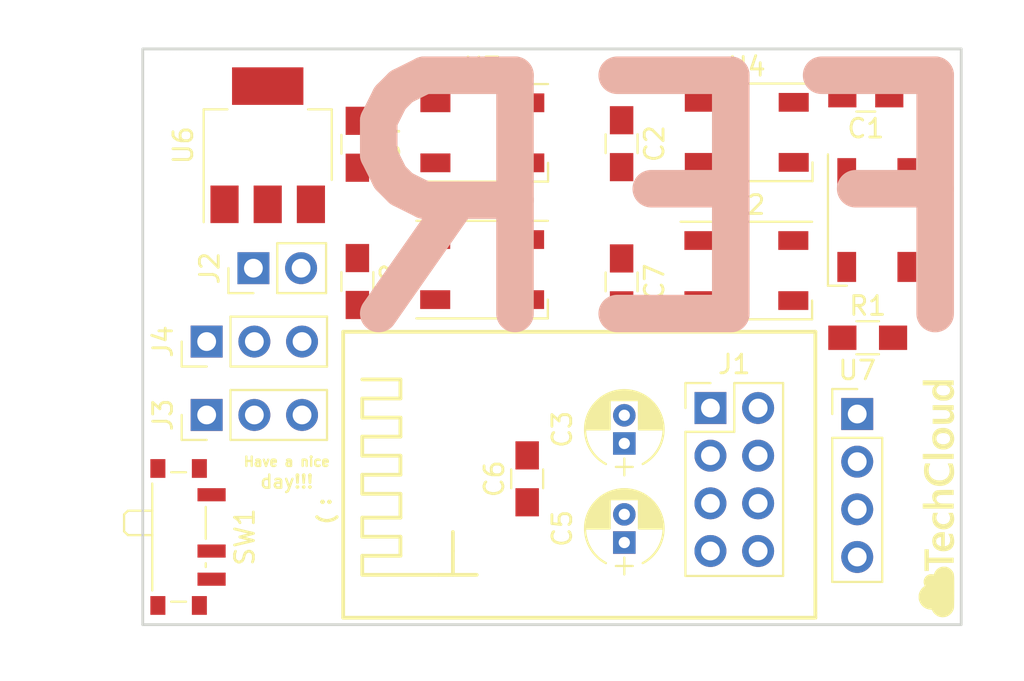
<source format=kicad_pcb>
(kicad_pcb (version 4) (host pcbnew 4.0.7)

  (general
    (links 49)
    (no_connects 49)
    (area 114.783799 48.896199 158.520201 79.729401)
    (thickness 1.6)
    (drawings 37)
    (tracks 0)
    (zones 0)
    (modules 24)
    (nets 16)
  )

  (page A4)
  (layers
    (0 F.Cu signal)
    (31 B.Cu signal)
    (32 B.Adhes user)
    (33 F.Adhes user)
    (34 B.Paste user)
    (35 F.Paste user)
    (36 B.SilkS user)
    (37 F.SilkS user)
    (38 B.Mask user)
    (39 F.Mask user)
    (40 Dwgs.User user)
    (41 Cmts.User user)
    (42 Eco1.User user)
    (43 Eco2.User user)
    (44 Edge.Cuts user)
    (45 Margin user)
    (46 B.CrtYd user)
    (47 F.CrtYd user)
    (48 B.Fab user)
    (49 F.Fab user)
  )

  (setup
    (last_trace_width 0.25)
    (trace_clearance 0.2)
    (zone_clearance 0.508)
    (zone_45_only no)
    (trace_min 0.2)
    (segment_width 0.2)
    (edge_width 0.15)
    (via_size 0.6)
    (via_drill 0.4)
    (via_min_size 0.4)
    (via_min_drill 0.3)
    (uvia_size 0.3)
    (uvia_drill 0.1)
    (uvias_allowed no)
    (uvia_min_size 0.2)
    (uvia_min_drill 0.1)
    (pcb_text_width 0.3)
    (pcb_text_size 1.5 1.5)
    (mod_edge_width 0.15)
    (mod_text_size 1 1)
    (mod_text_width 0.15)
    (pad_size 1.524 1.524)
    (pad_drill 0.762)
    (pad_to_mask_clearance 0.2)
    (aux_axis_origin 0 0)
    (visible_elements 7FFFFFFF)
    (pcbplotparams
      (layerselection 0x00030_80000001)
      (usegerberextensions false)
      (excludeedgelayer true)
      (linewidth 0.100000)
      (plotframeref false)
      (viasonmask false)
      (mode 1)
      (useauxorigin false)
      (hpglpennumber 1)
      (hpglpenspeed 20)
      (hpglpendiameter 15)
      (hpglpenoverlay 2)
      (psnegative false)
      (psa4output false)
      (plotreference true)
      (plotvalue true)
      (plotinvisibletext false)
      (padsonsilk false)
      (subtractmaskfromsilk false)
      (outputformat 1)
      (mirror false)
      (drillshape 1)
      (scaleselection 1)
      (outputdirectory ""))
  )

  (net 0 "")
  (net 1 +5V)
  (net 2 GND)
  (net 3 +3V3)
  (net 4 /RX)
  (net 5 /GPIO_0)
  (net 6 /GPIO_2)
  (net 7 /RESET)
  (net 8 /CH_PD)
  (net 9 /TX)
  (net 10 "Net-(U1-Pad2)")
  (net 11 "Net-(U2-Pad2)")
  (net 12 "Net-(U3-Pad2)")
  (net 13 "Net-(U4-Pad2)")
  (net 14 "Net-(U5-Pad2)")
  (net 15 "Net-(U7-Pad3)")

  (net_class Default "Esta es la clase de red por defecto."
    (clearance 0.2)
    (trace_width 0.25)
    (via_dia 0.6)
    (via_drill 0.4)
    (uvia_dia 0.3)
    (uvia_drill 0.1)
    (add_net +3V3)
    (add_net +5V)
    (add_net /CH_PD)
    (add_net /GPIO_0)
    (add_net /GPIO_2)
    (add_net /RESET)
    (add_net /RX)
    (add_net /TX)
    (add_net GND)
    (add_net "Net-(U1-Pad2)")
    (add_net "Net-(U2-Pad2)")
    (add_net "Net-(U3-Pad2)")
    (add_net "Net-(U4-Pad2)")
    (add_net "Net-(U5-Pad2)")
    (add_net "Net-(U7-Pad3)")
  )

  (module Mounting_Holes:MountingHole_3.2mm_M3 (layer F.Cu) (tedit 5AAD00D3) (tstamp 5AAD0802)
    (at 116.7384 50.8508)
    (descr "Mounting Hole 3.2mm, no annular, M3")
    (tags "mounting hole 3.2mm no annular m3")
    (attr virtual)
    (fp_text reference REF** (at 0 -4.2) (layer F.SilkS) hide
      (effects (font (size 1 1) (thickness 0.15)))
    )
    (fp_text value MountingHole_3.2mm_M3 (at 0 4.2) (layer F.Fab)
      (effects (font (size 1 1) (thickness 0.15)))
    )
    (fp_text user %R (at 0.3 0) (layer F.Fab)
      (effects (font (size 1 1) (thickness 0.15)))
    )
    (fp_circle (center 0 0) (end 3.2 0) (layer Cmts.User) (width 0.15))
    (fp_circle (center 0 0) (end 3.45 0) (layer F.CrtYd) (width 0.05))
    (pad 1 np_thru_hole circle (at 0 0) (size 3.2 3.2) (drill 3.2) (layers *.Cu *.Mask))
  )

  (module Pin_Headers:Pin_Header_Straight_2x04_Pitch2.54mm (layer F.Cu) (tedit 5AA3CC8E) (tstamp 5AA3C8C5)
    (at 145.091196 68.108452)
    (descr "Through hole straight pin header, 2x04, 2.54mm pitch, double rows")
    (tags "Through hole pin header THT 2x04 2.54mm double row")
    (path /5AA3BB70)
    (fp_text reference J1 (at 1.27 -2.33) (layer F.SilkS)
      (effects (font (size 1 1) (thickness 0.15)))
    )
    (fp_text value Conn_02x04_Top_Bottom (at 1.27 9.95) (layer F.Fab)
      (effects (font (size 1 1) (thickness 0.15)))
    )
    (fp_line (start 0 -1.27) (end 3.81 -1.27) (layer F.Fab) (width 0.1))
    (fp_line (start 3.81 -1.27) (end 3.81 8.89) (layer F.Fab) (width 0.1))
    (fp_line (start 3.81 8.89) (end -1.27 8.89) (layer F.Fab) (width 0.1))
    (fp_line (start -1.27 8.89) (end -1.27 0) (layer F.Fab) (width 0.1))
    (fp_line (start -1.27 0) (end 0 -1.27) (layer F.Fab) (width 0.1))
    (fp_line (start -1.33 8.95) (end 3.87 8.95) (layer F.SilkS) (width 0.12))
    (fp_line (start -1.33 1.27) (end -1.33 8.95) (layer F.SilkS) (width 0.12))
    (fp_line (start 3.87 -1.33) (end 3.87 8.95) (layer F.SilkS) (width 0.12))
    (fp_line (start -1.33 1.27) (end 1.27 1.27) (layer F.SilkS) (width 0.12))
    (fp_line (start 1.27 1.27) (end 1.27 -1.33) (layer F.SilkS) (width 0.12))
    (fp_line (start 1.27 -1.33) (end 3.87 -1.33) (layer F.SilkS) (width 0.12))
    (fp_line (start -1.33 0) (end -1.33 -1.33) (layer F.SilkS) (width 0.12))
    (fp_line (start -1.33 -1.33) (end 0 -1.33) (layer F.SilkS) (width 0.12))
    (fp_line (start -1.8 -1.8) (end -1.8 9.4) (layer F.CrtYd) (width 0.05))
    (fp_line (start -1.8 9.4) (end 4.35 9.4) (layer F.CrtYd) (width 0.05))
    (fp_line (start 4.35 9.4) (end 4.35 -1.8) (layer F.CrtYd) (width 0.05))
    (fp_line (start 4.35 -1.8) (end -1.8 -1.8) (layer F.CrtYd) (width 0.05))
    (fp_text user %R (at 1.27 3.81 90) (layer F.Fab)
      (effects (font (size 1 1) (thickness 0.15)))
    )
    (pad 1 thru_hole rect (at 0 0) (size 1.7 1.7) (drill 1) (layers *.Cu *.Mask)
      (net 4 /RX))
    (pad 5 thru_hole oval (at 2.54 0) (size 1.7 1.7) (drill 1) (layers *.Cu *.Mask)
      (net 3 +3V3))
    (pad 2 thru_hole oval (at 0 2.54) (size 1.7 1.7) (drill 1) (layers *.Cu *.Mask)
      (net 5 /GPIO_0))
    (pad 6 thru_hole oval (at 2.54 2.54) (size 1.7 1.7) (drill 1) (layers *.Cu *.Mask)
      (net 7 /RESET))
    (pad 3 thru_hole oval (at 0 5.08) (size 1.7 1.7) (drill 1) (layers *.Cu *.Mask)
      (net 6 /GPIO_2))
    (pad 7 thru_hole oval (at 2.54 5.08) (size 1.7 1.7) (drill 1) (layers *.Cu *.Mask)
      (net 8 /CH_PD))
    (pad 4 thru_hole oval (at 0 7.62) (size 1.7 1.7) (drill 1) (layers *.Cu *.Mask)
      (net 2 GND))
    (pad 8 thru_hole oval (at 2.54 7.62) (size 1.7 1.7) (drill 1) (layers *.Cu *.Mask)
      (net 9 /TX))
    (model ${KISYS3DMOD}/Pin_Headers.3dshapes/Pin_Header_Straight_2x04_Pitch2.54mm.wrl
      (at (xyz 0 0 0))
      (scale (xyz 1 1 1))
      (rotate (xyz 0 0 0))
    )
  )

  (module Capacitors_SMD:C_0805_HandSoldering (layer F.Cu) (tedit 58AA84A8) (tstamp 5AA3C88F)
    (at 153.3652 51.4604 180)
    (descr "Capacitor SMD 0805, hand soldering")
    (tags "capacitor 0805")
    (path /5A9AA584)
    (attr smd)
    (fp_text reference C1 (at 0 -1.75 180) (layer F.SilkS)
      (effects (font (size 1 1) (thickness 0.15)))
    )
    (fp_text value 100n (at 0 1.75 180) (layer F.Fab)
      (effects (font (size 1 1) (thickness 0.15)))
    )
    (fp_text user %R (at 0 -1.75 180) (layer F.Fab)
      (effects (font (size 1 1) (thickness 0.15)))
    )
    (fp_line (start -1 0.62) (end -1 -0.62) (layer F.Fab) (width 0.1))
    (fp_line (start 1 0.62) (end -1 0.62) (layer F.Fab) (width 0.1))
    (fp_line (start 1 -0.62) (end 1 0.62) (layer F.Fab) (width 0.1))
    (fp_line (start -1 -0.62) (end 1 -0.62) (layer F.Fab) (width 0.1))
    (fp_line (start 0.5 -0.85) (end -0.5 -0.85) (layer F.SilkS) (width 0.12))
    (fp_line (start -0.5 0.85) (end 0.5 0.85) (layer F.SilkS) (width 0.12))
    (fp_line (start -2.25 -0.88) (end 2.25 -0.88) (layer F.CrtYd) (width 0.05))
    (fp_line (start -2.25 -0.88) (end -2.25 0.87) (layer F.CrtYd) (width 0.05))
    (fp_line (start 2.25 0.87) (end 2.25 -0.88) (layer F.CrtYd) (width 0.05))
    (fp_line (start 2.25 0.87) (end -2.25 0.87) (layer F.CrtYd) (width 0.05))
    (pad 1 smd rect (at -1.25 0 180) (size 1.5 1.25) (layers F.Cu F.Paste F.Mask)
      (net 1 +5V))
    (pad 2 smd rect (at 1.25 0 180) (size 1.5 1.25) (layers F.Cu F.Paste F.Mask)
      (net 2 GND))
    (model Capacitors_SMD.3dshapes/C_0805.wrl
      (at (xyz 0 0 0))
      (scale (xyz 1 1 1))
      (rotate (xyz 0 0 0))
    )
  )

  (module Capacitors_SMD:C_0805_HandSoldering (layer F.Cu) (tedit 58AA84A8) (tstamp 5AA3C895)
    (at 140.3604 54.0204 270)
    (descr "Capacitor SMD 0805, hand soldering")
    (tags "capacitor 0805")
    (path /5A9AA7EF)
    (attr smd)
    (fp_text reference C2 (at 0 -1.75 270) (layer F.SilkS)
      (effects (font (size 1 1) (thickness 0.15)))
    )
    (fp_text value 100n (at 0 1.75 270) (layer F.Fab)
      (effects (font (size 1 1) (thickness 0.15)))
    )
    (fp_text user %R (at 0 -1.75 270) (layer F.Fab)
      (effects (font (size 1 1) (thickness 0.15)))
    )
    (fp_line (start -1 0.62) (end -1 -0.62) (layer F.Fab) (width 0.1))
    (fp_line (start 1 0.62) (end -1 0.62) (layer F.Fab) (width 0.1))
    (fp_line (start 1 -0.62) (end 1 0.62) (layer F.Fab) (width 0.1))
    (fp_line (start -1 -0.62) (end 1 -0.62) (layer F.Fab) (width 0.1))
    (fp_line (start 0.5 -0.85) (end -0.5 -0.85) (layer F.SilkS) (width 0.12))
    (fp_line (start -0.5 0.85) (end 0.5 0.85) (layer F.SilkS) (width 0.12))
    (fp_line (start -2.25 -0.88) (end 2.25 -0.88) (layer F.CrtYd) (width 0.05))
    (fp_line (start -2.25 -0.88) (end -2.25 0.87) (layer F.CrtYd) (width 0.05))
    (fp_line (start 2.25 0.87) (end 2.25 -0.88) (layer F.CrtYd) (width 0.05))
    (fp_line (start 2.25 0.87) (end -2.25 0.87) (layer F.CrtYd) (width 0.05))
    (pad 1 smd rect (at -1.25 0 270) (size 1.5 1.25) (layers F.Cu F.Paste F.Mask)
      (net 1 +5V))
    (pad 2 smd rect (at 1.25 0 270) (size 1.5 1.25) (layers F.Cu F.Paste F.Mask)
      (net 2 GND))
    (model Capacitors_SMD.3dshapes/C_0805.wrl
      (at (xyz 0 0 0))
      (scale (xyz 1 1 1))
      (rotate (xyz 0 0 0))
    )
  )

  (module Capacitors_THT:CP_Radial_D4.0mm_P1.50mm (layer F.Cu) (tedit 597BC7C2) (tstamp 5AA3C89B)
    (at 140.5048 69.997399 90)
    (descr "CP, Radial series, Radial, pin pitch=1.50mm, , diameter=4mm, Electrolytic Capacitor")
    (tags "CP Radial series Radial pin pitch 1.50mm  diameter 4mm Electrolytic Capacitor")
    (path /5A9A88BB)
    (fp_text reference C3 (at 0.75 -3.31 90) (layer F.SilkS)
      (effects (font (size 1 1) (thickness 0.15)))
    )
    (fp_text value 10uF (at 0.75 3.31 90) (layer F.Fab)
      (effects (font (size 1 1) (thickness 0.15)))
    )
    (fp_arc (start 0.75 0) (end -1.095996 -0.98) (angle 124.1) (layer F.SilkS) (width 0.12))
    (fp_arc (start 0.75 0) (end -1.095996 0.98) (angle -124.1) (layer F.SilkS) (width 0.12))
    (fp_arc (start 0.75 0) (end 2.595996 -0.98) (angle 55.9) (layer F.SilkS) (width 0.12))
    (fp_circle (center 0.75 0) (end 2.75 0) (layer F.Fab) (width 0.1))
    (fp_line (start -1.7 0) (end -0.8 0) (layer F.Fab) (width 0.1))
    (fp_line (start -1.25 -0.45) (end -1.25 0.45) (layer F.Fab) (width 0.1))
    (fp_line (start 0.75 0.78) (end 0.75 2.05) (layer F.SilkS) (width 0.12))
    (fp_line (start 0.75 -2.05) (end 0.75 -0.78) (layer F.SilkS) (width 0.12))
    (fp_line (start 0.79 -2.05) (end 0.79 -0.78) (layer F.SilkS) (width 0.12))
    (fp_line (start 0.79 0.78) (end 0.79 2.05) (layer F.SilkS) (width 0.12))
    (fp_line (start 0.83 -2.049) (end 0.83 -0.78) (layer F.SilkS) (width 0.12))
    (fp_line (start 0.83 0.78) (end 0.83 2.049) (layer F.SilkS) (width 0.12))
    (fp_line (start 0.87 -2.047) (end 0.87 -0.78) (layer F.SilkS) (width 0.12))
    (fp_line (start 0.87 0.78) (end 0.87 2.047) (layer F.SilkS) (width 0.12))
    (fp_line (start 0.91 -2.044) (end 0.91 -0.78) (layer F.SilkS) (width 0.12))
    (fp_line (start 0.91 0.78) (end 0.91 2.044) (layer F.SilkS) (width 0.12))
    (fp_line (start 0.95 -2.041) (end 0.95 -0.78) (layer F.SilkS) (width 0.12))
    (fp_line (start 0.95 0.78) (end 0.95 2.041) (layer F.SilkS) (width 0.12))
    (fp_line (start 0.99 -2.037) (end 0.99 -0.78) (layer F.SilkS) (width 0.12))
    (fp_line (start 0.99 0.78) (end 0.99 2.037) (layer F.SilkS) (width 0.12))
    (fp_line (start 1.03 -2.032) (end 1.03 -0.78) (layer F.SilkS) (width 0.12))
    (fp_line (start 1.03 0.78) (end 1.03 2.032) (layer F.SilkS) (width 0.12))
    (fp_line (start 1.07 -2.026) (end 1.07 -0.78) (layer F.SilkS) (width 0.12))
    (fp_line (start 1.07 0.78) (end 1.07 2.026) (layer F.SilkS) (width 0.12))
    (fp_line (start 1.11 -2.019) (end 1.11 -0.78) (layer F.SilkS) (width 0.12))
    (fp_line (start 1.11 0.78) (end 1.11 2.019) (layer F.SilkS) (width 0.12))
    (fp_line (start 1.15 -2.012) (end 1.15 -0.78) (layer F.SilkS) (width 0.12))
    (fp_line (start 1.15 0.78) (end 1.15 2.012) (layer F.SilkS) (width 0.12))
    (fp_line (start 1.19 -2.004) (end 1.19 -0.78) (layer F.SilkS) (width 0.12))
    (fp_line (start 1.19 0.78) (end 1.19 2.004) (layer F.SilkS) (width 0.12))
    (fp_line (start 1.23 -1.995) (end 1.23 -0.78) (layer F.SilkS) (width 0.12))
    (fp_line (start 1.23 0.78) (end 1.23 1.995) (layer F.SilkS) (width 0.12))
    (fp_line (start 1.27 -1.985) (end 1.27 -0.78) (layer F.SilkS) (width 0.12))
    (fp_line (start 1.27 0.78) (end 1.27 1.985) (layer F.SilkS) (width 0.12))
    (fp_line (start 1.31 -1.974) (end 1.31 -0.78) (layer F.SilkS) (width 0.12))
    (fp_line (start 1.31 0.78) (end 1.31 1.974) (layer F.SilkS) (width 0.12))
    (fp_line (start 1.35 -1.963) (end 1.35 -0.78) (layer F.SilkS) (width 0.12))
    (fp_line (start 1.35 0.78) (end 1.35 1.963) (layer F.SilkS) (width 0.12))
    (fp_line (start 1.39 -1.95) (end 1.39 -0.78) (layer F.SilkS) (width 0.12))
    (fp_line (start 1.39 0.78) (end 1.39 1.95) (layer F.SilkS) (width 0.12))
    (fp_line (start 1.43 -1.937) (end 1.43 -0.78) (layer F.SilkS) (width 0.12))
    (fp_line (start 1.43 0.78) (end 1.43 1.937) (layer F.SilkS) (width 0.12))
    (fp_line (start 1.471 -1.923) (end 1.471 -0.78) (layer F.SilkS) (width 0.12))
    (fp_line (start 1.471 0.78) (end 1.471 1.923) (layer F.SilkS) (width 0.12))
    (fp_line (start 1.511 -1.907) (end 1.511 -0.78) (layer F.SilkS) (width 0.12))
    (fp_line (start 1.511 0.78) (end 1.511 1.907) (layer F.SilkS) (width 0.12))
    (fp_line (start 1.551 -1.891) (end 1.551 -0.78) (layer F.SilkS) (width 0.12))
    (fp_line (start 1.551 0.78) (end 1.551 1.891) (layer F.SilkS) (width 0.12))
    (fp_line (start 1.591 -1.874) (end 1.591 -0.78) (layer F.SilkS) (width 0.12))
    (fp_line (start 1.591 0.78) (end 1.591 1.874) (layer F.SilkS) (width 0.12))
    (fp_line (start 1.631 -1.856) (end 1.631 -0.78) (layer F.SilkS) (width 0.12))
    (fp_line (start 1.631 0.78) (end 1.631 1.856) (layer F.SilkS) (width 0.12))
    (fp_line (start 1.671 -1.837) (end 1.671 -0.78) (layer F.SilkS) (width 0.12))
    (fp_line (start 1.671 0.78) (end 1.671 1.837) (layer F.SilkS) (width 0.12))
    (fp_line (start 1.711 -1.817) (end 1.711 -0.78) (layer F.SilkS) (width 0.12))
    (fp_line (start 1.711 0.78) (end 1.711 1.817) (layer F.SilkS) (width 0.12))
    (fp_line (start 1.751 -1.796) (end 1.751 -0.78) (layer F.SilkS) (width 0.12))
    (fp_line (start 1.751 0.78) (end 1.751 1.796) (layer F.SilkS) (width 0.12))
    (fp_line (start 1.791 -1.773) (end 1.791 -0.78) (layer F.SilkS) (width 0.12))
    (fp_line (start 1.791 0.78) (end 1.791 1.773) (layer F.SilkS) (width 0.12))
    (fp_line (start 1.831 -1.75) (end 1.831 -0.78) (layer F.SilkS) (width 0.12))
    (fp_line (start 1.831 0.78) (end 1.831 1.75) (layer F.SilkS) (width 0.12))
    (fp_line (start 1.871 -1.725) (end 1.871 -0.78) (layer F.SilkS) (width 0.12))
    (fp_line (start 1.871 0.78) (end 1.871 1.725) (layer F.SilkS) (width 0.12))
    (fp_line (start 1.911 -1.699) (end 1.911 -0.78) (layer F.SilkS) (width 0.12))
    (fp_line (start 1.911 0.78) (end 1.911 1.699) (layer F.SilkS) (width 0.12))
    (fp_line (start 1.951 -1.672) (end 1.951 -0.78) (layer F.SilkS) (width 0.12))
    (fp_line (start 1.951 0.78) (end 1.951 1.672) (layer F.SilkS) (width 0.12))
    (fp_line (start 1.991 -1.643) (end 1.991 -0.78) (layer F.SilkS) (width 0.12))
    (fp_line (start 1.991 0.78) (end 1.991 1.643) (layer F.SilkS) (width 0.12))
    (fp_line (start 2.031 -1.613) (end 2.031 -0.78) (layer F.SilkS) (width 0.12))
    (fp_line (start 2.031 0.78) (end 2.031 1.613) (layer F.SilkS) (width 0.12))
    (fp_line (start 2.071 -1.581) (end 2.071 -0.78) (layer F.SilkS) (width 0.12))
    (fp_line (start 2.071 0.78) (end 2.071 1.581) (layer F.SilkS) (width 0.12))
    (fp_line (start 2.111 -1.547) (end 2.111 -0.78) (layer F.SilkS) (width 0.12))
    (fp_line (start 2.111 0.78) (end 2.111 1.547) (layer F.SilkS) (width 0.12))
    (fp_line (start 2.151 -1.512) (end 2.151 -0.78) (layer F.SilkS) (width 0.12))
    (fp_line (start 2.151 0.78) (end 2.151 1.512) (layer F.SilkS) (width 0.12))
    (fp_line (start 2.191 -1.475) (end 2.191 -0.78) (layer F.SilkS) (width 0.12))
    (fp_line (start 2.191 0.78) (end 2.191 1.475) (layer F.SilkS) (width 0.12))
    (fp_line (start 2.231 -1.436) (end 2.231 -0.78) (layer F.SilkS) (width 0.12))
    (fp_line (start 2.231 0.78) (end 2.231 1.436) (layer F.SilkS) (width 0.12))
    (fp_line (start 2.271 -1.395) (end 2.271 -0.78) (layer F.SilkS) (width 0.12))
    (fp_line (start 2.271 0.78) (end 2.271 1.395) (layer F.SilkS) (width 0.12))
    (fp_line (start 2.311 -1.351) (end 2.311 1.351) (layer F.SilkS) (width 0.12))
    (fp_line (start 2.351 -1.305) (end 2.351 1.305) (layer F.SilkS) (width 0.12))
    (fp_line (start 2.391 -1.256) (end 2.391 1.256) (layer F.SilkS) (width 0.12))
    (fp_line (start 2.431 -1.204) (end 2.431 1.204) (layer F.SilkS) (width 0.12))
    (fp_line (start 2.471 -1.148) (end 2.471 1.148) (layer F.SilkS) (width 0.12))
    (fp_line (start 2.511 -1.088) (end 2.511 1.088) (layer F.SilkS) (width 0.12))
    (fp_line (start 2.551 -1.023) (end 2.551 1.023) (layer F.SilkS) (width 0.12))
    (fp_line (start 2.591 -0.952) (end 2.591 0.952) (layer F.SilkS) (width 0.12))
    (fp_line (start 2.631 -0.874) (end 2.631 0.874) (layer F.SilkS) (width 0.12))
    (fp_line (start 2.671 -0.786) (end 2.671 0.786) (layer F.SilkS) (width 0.12))
    (fp_line (start 2.711 -0.686) (end 2.711 0.686) (layer F.SilkS) (width 0.12))
    (fp_line (start 2.751 -0.567) (end 2.751 0.567) (layer F.SilkS) (width 0.12))
    (fp_line (start 2.791 -0.415) (end 2.791 0.415) (layer F.SilkS) (width 0.12))
    (fp_line (start 2.831 -0.165) (end 2.831 0.165) (layer F.SilkS) (width 0.12))
    (fp_line (start -1.7 0) (end -0.8 0) (layer F.SilkS) (width 0.12))
    (fp_line (start -1.25 -0.45) (end -1.25 0.45) (layer F.SilkS) (width 0.12))
    (fp_line (start -1.6 -2.35) (end -1.6 2.35) (layer F.CrtYd) (width 0.05))
    (fp_line (start -1.6 2.35) (end 3.1 2.35) (layer F.CrtYd) (width 0.05))
    (fp_line (start 3.1 2.35) (end 3.1 -2.35) (layer F.CrtYd) (width 0.05))
    (fp_line (start 3.1 -2.35) (end -1.6 -2.35) (layer F.CrtYd) (width 0.05))
    (fp_text user %R (at 0.75 0 90) (layer F.Fab)
      (effects (font (size 1 1) (thickness 0.15)))
    )
    (pad 1 thru_hole rect (at 0 0 90) (size 1.2 1.2) (drill 0.6) (layers *.Cu *.Mask)
      (net 1 +5V))
    (pad 2 thru_hole circle (at 1.5 0 90) (size 1.2 1.2) (drill 0.6) (layers *.Cu *.Mask)
      (net 2 GND))
    (model ${KISYS3DMOD}/Capacitors_THT.3dshapes/CP_Radial_D4.0mm_P1.50mm.wrl
      (at (xyz 0 0 0))
      (scale (xyz 1 1 1))
      (rotate (xyz 0 0 0))
    )
  )

  (module Capacitors_SMD:C_0805_HandSoldering (layer F.Cu) (tedit 58AA84A8) (tstamp 5AA3C8A1)
    (at 126.2888 54.0512 270)
    (descr "Capacitor SMD 0805, hand soldering")
    (tags "capacitor 0805")
    (path /5A9AAD5D)
    (attr smd)
    (fp_text reference C4 (at 0 -1.75 270) (layer F.SilkS)
      (effects (font (size 1 1) (thickness 0.15)))
    )
    (fp_text value 100n (at 0 1.75 270) (layer F.Fab)
      (effects (font (size 1 1) (thickness 0.15)))
    )
    (fp_text user %R (at 0 -1.75 270) (layer F.Fab)
      (effects (font (size 1 1) (thickness 0.15)))
    )
    (fp_line (start -1 0.62) (end -1 -0.62) (layer F.Fab) (width 0.1))
    (fp_line (start 1 0.62) (end -1 0.62) (layer F.Fab) (width 0.1))
    (fp_line (start 1 -0.62) (end 1 0.62) (layer F.Fab) (width 0.1))
    (fp_line (start -1 -0.62) (end 1 -0.62) (layer F.Fab) (width 0.1))
    (fp_line (start 0.5 -0.85) (end -0.5 -0.85) (layer F.SilkS) (width 0.12))
    (fp_line (start -0.5 0.85) (end 0.5 0.85) (layer F.SilkS) (width 0.12))
    (fp_line (start -2.25 -0.88) (end 2.25 -0.88) (layer F.CrtYd) (width 0.05))
    (fp_line (start -2.25 -0.88) (end -2.25 0.87) (layer F.CrtYd) (width 0.05))
    (fp_line (start 2.25 0.87) (end 2.25 -0.88) (layer F.CrtYd) (width 0.05))
    (fp_line (start 2.25 0.87) (end -2.25 0.87) (layer F.CrtYd) (width 0.05))
    (pad 1 smd rect (at -1.25 0 270) (size 1.5 1.25) (layers F.Cu F.Paste F.Mask)
      (net 1 +5V))
    (pad 2 smd rect (at 1.25 0 270) (size 1.5 1.25) (layers F.Cu F.Paste F.Mask)
      (net 2 GND))
    (model Capacitors_SMD.3dshapes/C_0805.wrl
      (at (xyz 0 0 0))
      (scale (xyz 1 1 1))
      (rotate (xyz 0 0 0))
    )
  )

  (module Capacitors_THT:CP_Radial_D4.0mm_P1.50mm (layer F.Cu) (tedit 597BC7C2) (tstamp 5AA3C8A7)
    (at 140.5048 75.277399 90)
    (descr "CP, Radial series, Radial, pin pitch=1.50mm, , diameter=4mm, Electrolytic Capacitor")
    (tags "CP Radial series Radial pin pitch 1.50mm  diameter 4mm Electrolytic Capacitor")
    (path /5A9A88DA)
    (fp_text reference C5 (at 0.75 -3.31 90) (layer F.SilkS)
      (effects (font (size 1 1) (thickness 0.15)))
    )
    (fp_text value 22uF (at 0.75 3.31 90) (layer F.Fab)
      (effects (font (size 1 1) (thickness 0.15)))
    )
    (fp_arc (start 0.75 0) (end -1.095996 -0.98) (angle 124.1) (layer F.SilkS) (width 0.12))
    (fp_arc (start 0.75 0) (end -1.095996 0.98) (angle -124.1) (layer F.SilkS) (width 0.12))
    (fp_arc (start 0.75 0) (end 2.595996 -0.98) (angle 55.9) (layer F.SilkS) (width 0.12))
    (fp_circle (center 0.75 0) (end 2.75 0) (layer F.Fab) (width 0.1))
    (fp_line (start -1.7 0) (end -0.8 0) (layer F.Fab) (width 0.1))
    (fp_line (start -1.25 -0.45) (end -1.25 0.45) (layer F.Fab) (width 0.1))
    (fp_line (start 0.75 0.78) (end 0.75 2.05) (layer F.SilkS) (width 0.12))
    (fp_line (start 0.75 -2.05) (end 0.75 -0.78) (layer F.SilkS) (width 0.12))
    (fp_line (start 0.79 -2.05) (end 0.79 -0.78) (layer F.SilkS) (width 0.12))
    (fp_line (start 0.79 0.78) (end 0.79 2.05) (layer F.SilkS) (width 0.12))
    (fp_line (start 0.83 -2.049) (end 0.83 -0.78) (layer F.SilkS) (width 0.12))
    (fp_line (start 0.83 0.78) (end 0.83 2.049) (layer F.SilkS) (width 0.12))
    (fp_line (start 0.87 -2.047) (end 0.87 -0.78) (layer F.SilkS) (width 0.12))
    (fp_line (start 0.87 0.78) (end 0.87 2.047) (layer F.SilkS) (width 0.12))
    (fp_line (start 0.91 -2.044) (end 0.91 -0.78) (layer F.SilkS) (width 0.12))
    (fp_line (start 0.91 0.78) (end 0.91 2.044) (layer F.SilkS) (width 0.12))
    (fp_line (start 0.95 -2.041) (end 0.95 -0.78) (layer F.SilkS) (width 0.12))
    (fp_line (start 0.95 0.78) (end 0.95 2.041) (layer F.SilkS) (width 0.12))
    (fp_line (start 0.99 -2.037) (end 0.99 -0.78) (layer F.SilkS) (width 0.12))
    (fp_line (start 0.99 0.78) (end 0.99 2.037) (layer F.SilkS) (width 0.12))
    (fp_line (start 1.03 -2.032) (end 1.03 -0.78) (layer F.SilkS) (width 0.12))
    (fp_line (start 1.03 0.78) (end 1.03 2.032) (layer F.SilkS) (width 0.12))
    (fp_line (start 1.07 -2.026) (end 1.07 -0.78) (layer F.SilkS) (width 0.12))
    (fp_line (start 1.07 0.78) (end 1.07 2.026) (layer F.SilkS) (width 0.12))
    (fp_line (start 1.11 -2.019) (end 1.11 -0.78) (layer F.SilkS) (width 0.12))
    (fp_line (start 1.11 0.78) (end 1.11 2.019) (layer F.SilkS) (width 0.12))
    (fp_line (start 1.15 -2.012) (end 1.15 -0.78) (layer F.SilkS) (width 0.12))
    (fp_line (start 1.15 0.78) (end 1.15 2.012) (layer F.SilkS) (width 0.12))
    (fp_line (start 1.19 -2.004) (end 1.19 -0.78) (layer F.SilkS) (width 0.12))
    (fp_line (start 1.19 0.78) (end 1.19 2.004) (layer F.SilkS) (width 0.12))
    (fp_line (start 1.23 -1.995) (end 1.23 -0.78) (layer F.SilkS) (width 0.12))
    (fp_line (start 1.23 0.78) (end 1.23 1.995) (layer F.SilkS) (width 0.12))
    (fp_line (start 1.27 -1.985) (end 1.27 -0.78) (layer F.SilkS) (width 0.12))
    (fp_line (start 1.27 0.78) (end 1.27 1.985) (layer F.SilkS) (width 0.12))
    (fp_line (start 1.31 -1.974) (end 1.31 -0.78) (layer F.SilkS) (width 0.12))
    (fp_line (start 1.31 0.78) (end 1.31 1.974) (layer F.SilkS) (width 0.12))
    (fp_line (start 1.35 -1.963) (end 1.35 -0.78) (layer F.SilkS) (width 0.12))
    (fp_line (start 1.35 0.78) (end 1.35 1.963) (layer F.SilkS) (width 0.12))
    (fp_line (start 1.39 -1.95) (end 1.39 -0.78) (layer F.SilkS) (width 0.12))
    (fp_line (start 1.39 0.78) (end 1.39 1.95) (layer F.SilkS) (width 0.12))
    (fp_line (start 1.43 -1.937) (end 1.43 -0.78) (layer F.SilkS) (width 0.12))
    (fp_line (start 1.43 0.78) (end 1.43 1.937) (layer F.SilkS) (width 0.12))
    (fp_line (start 1.471 -1.923) (end 1.471 -0.78) (layer F.SilkS) (width 0.12))
    (fp_line (start 1.471 0.78) (end 1.471 1.923) (layer F.SilkS) (width 0.12))
    (fp_line (start 1.511 -1.907) (end 1.511 -0.78) (layer F.SilkS) (width 0.12))
    (fp_line (start 1.511 0.78) (end 1.511 1.907) (layer F.SilkS) (width 0.12))
    (fp_line (start 1.551 -1.891) (end 1.551 -0.78) (layer F.SilkS) (width 0.12))
    (fp_line (start 1.551 0.78) (end 1.551 1.891) (layer F.SilkS) (width 0.12))
    (fp_line (start 1.591 -1.874) (end 1.591 -0.78) (layer F.SilkS) (width 0.12))
    (fp_line (start 1.591 0.78) (end 1.591 1.874) (layer F.SilkS) (width 0.12))
    (fp_line (start 1.631 -1.856) (end 1.631 -0.78) (layer F.SilkS) (width 0.12))
    (fp_line (start 1.631 0.78) (end 1.631 1.856) (layer F.SilkS) (width 0.12))
    (fp_line (start 1.671 -1.837) (end 1.671 -0.78) (layer F.SilkS) (width 0.12))
    (fp_line (start 1.671 0.78) (end 1.671 1.837) (layer F.SilkS) (width 0.12))
    (fp_line (start 1.711 -1.817) (end 1.711 -0.78) (layer F.SilkS) (width 0.12))
    (fp_line (start 1.711 0.78) (end 1.711 1.817) (layer F.SilkS) (width 0.12))
    (fp_line (start 1.751 -1.796) (end 1.751 -0.78) (layer F.SilkS) (width 0.12))
    (fp_line (start 1.751 0.78) (end 1.751 1.796) (layer F.SilkS) (width 0.12))
    (fp_line (start 1.791 -1.773) (end 1.791 -0.78) (layer F.SilkS) (width 0.12))
    (fp_line (start 1.791 0.78) (end 1.791 1.773) (layer F.SilkS) (width 0.12))
    (fp_line (start 1.831 -1.75) (end 1.831 -0.78) (layer F.SilkS) (width 0.12))
    (fp_line (start 1.831 0.78) (end 1.831 1.75) (layer F.SilkS) (width 0.12))
    (fp_line (start 1.871 -1.725) (end 1.871 -0.78) (layer F.SilkS) (width 0.12))
    (fp_line (start 1.871 0.78) (end 1.871 1.725) (layer F.SilkS) (width 0.12))
    (fp_line (start 1.911 -1.699) (end 1.911 -0.78) (layer F.SilkS) (width 0.12))
    (fp_line (start 1.911 0.78) (end 1.911 1.699) (layer F.SilkS) (width 0.12))
    (fp_line (start 1.951 -1.672) (end 1.951 -0.78) (layer F.SilkS) (width 0.12))
    (fp_line (start 1.951 0.78) (end 1.951 1.672) (layer F.SilkS) (width 0.12))
    (fp_line (start 1.991 -1.643) (end 1.991 -0.78) (layer F.SilkS) (width 0.12))
    (fp_line (start 1.991 0.78) (end 1.991 1.643) (layer F.SilkS) (width 0.12))
    (fp_line (start 2.031 -1.613) (end 2.031 -0.78) (layer F.SilkS) (width 0.12))
    (fp_line (start 2.031 0.78) (end 2.031 1.613) (layer F.SilkS) (width 0.12))
    (fp_line (start 2.071 -1.581) (end 2.071 -0.78) (layer F.SilkS) (width 0.12))
    (fp_line (start 2.071 0.78) (end 2.071 1.581) (layer F.SilkS) (width 0.12))
    (fp_line (start 2.111 -1.547) (end 2.111 -0.78) (layer F.SilkS) (width 0.12))
    (fp_line (start 2.111 0.78) (end 2.111 1.547) (layer F.SilkS) (width 0.12))
    (fp_line (start 2.151 -1.512) (end 2.151 -0.78) (layer F.SilkS) (width 0.12))
    (fp_line (start 2.151 0.78) (end 2.151 1.512) (layer F.SilkS) (width 0.12))
    (fp_line (start 2.191 -1.475) (end 2.191 -0.78) (layer F.SilkS) (width 0.12))
    (fp_line (start 2.191 0.78) (end 2.191 1.475) (layer F.SilkS) (width 0.12))
    (fp_line (start 2.231 -1.436) (end 2.231 -0.78) (layer F.SilkS) (width 0.12))
    (fp_line (start 2.231 0.78) (end 2.231 1.436) (layer F.SilkS) (width 0.12))
    (fp_line (start 2.271 -1.395) (end 2.271 -0.78) (layer F.SilkS) (width 0.12))
    (fp_line (start 2.271 0.78) (end 2.271 1.395) (layer F.SilkS) (width 0.12))
    (fp_line (start 2.311 -1.351) (end 2.311 1.351) (layer F.SilkS) (width 0.12))
    (fp_line (start 2.351 -1.305) (end 2.351 1.305) (layer F.SilkS) (width 0.12))
    (fp_line (start 2.391 -1.256) (end 2.391 1.256) (layer F.SilkS) (width 0.12))
    (fp_line (start 2.431 -1.204) (end 2.431 1.204) (layer F.SilkS) (width 0.12))
    (fp_line (start 2.471 -1.148) (end 2.471 1.148) (layer F.SilkS) (width 0.12))
    (fp_line (start 2.511 -1.088) (end 2.511 1.088) (layer F.SilkS) (width 0.12))
    (fp_line (start 2.551 -1.023) (end 2.551 1.023) (layer F.SilkS) (width 0.12))
    (fp_line (start 2.591 -0.952) (end 2.591 0.952) (layer F.SilkS) (width 0.12))
    (fp_line (start 2.631 -0.874) (end 2.631 0.874) (layer F.SilkS) (width 0.12))
    (fp_line (start 2.671 -0.786) (end 2.671 0.786) (layer F.SilkS) (width 0.12))
    (fp_line (start 2.711 -0.686) (end 2.711 0.686) (layer F.SilkS) (width 0.12))
    (fp_line (start 2.751 -0.567) (end 2.751 0.567) (layer F.SilkS) (width 0.12))
    (fp_line (start 2.791 -0.415) (end 2.791 0.415) (layer F.SilkS) (width 0.12))
    (fp_line (start 2.831 -0.165) (end 2.831 0.165) (layer F.SilkS) (width 0.12))
    (fp_line (start -1.7 0) (end -0.8 0) (layer F.SilkS) (width 0.12))
    (fp_line (start -1.25 -0.45) (end -1.25 0.45) (layer F.SilkS) (width 0.12))
    (fp_line (start -1.6 -2.35) (end -1.6 2.35) (layer F.CrtYd) (width 0.05))
    (fp_line (start -1.6 2.35) (end 3.1 2.35) (layer F.CrtYd) (width 0.05))
    (fp_line (start 3.1 2.35) (end 3.1 -2.35) (layer F.CrtYd) (width 0.05))
    (fp_line (start 3.1 -2.35) (end -1.6 -2.35) (layer F.CrtYd) (width 0.05))
    (fp_text user %R (at 0.75 0 90) (layer F.Fab)
      (effects (font (size 1 1) (thickness 0.15)))
    )
    (pad 1 thru_hole rect (at 0 0 90) (size 1.2 1.2) (drill 0.6) (layers *.Cu *.Mask)
      (net 3 +3V3))
    (pad 2 thru_hole circle (at 1.5 0 90) (size 1.2 1.2) (drill 0.6) (layers *.Cu *.Mask)
      (net 2 GND))
    (model ${KISYS3DMOD}/Capacitors_THT.3dshapes/CP_Radial_D4.0mm_P1.50mm.wrl
      (at (xyz 0 0 0))
      (scale (xyz 1 1 1))
      (rotate (xyz 0 0 0))
    )
  )

  (module Capacitors_SMD:C_0805_HandSoldering (layer F.Cu) (tedit 58AA84A8) (tstamp 5AA3C8AD)
    (at 135.3312 71.882 90)
    (descr "Capacitor SMD 0805, hand soldering")
    (tags "capacitor 0805")
    (path /5A9A8912)
    (attr smd)
    (fp_text reference C6 (at 0 -1.75 90) (layer F.SilkS)
      (effects (font (size 1 1) (thickness 0.15)))
    )
    (fp_text value 100n (at 0 1.75 90) (layer F.Fab)
      (effects (font (size 1 1) (thickness 0.15)))
    )
    (fp_text user %R (at 0 -1.75 90) (layer F.Fab)
      (effects (font (size 1 1) (thickness 0.15)))
    )
    (fp_line (start -1 0.62) (end -1 -0.62) (layer F.Fab) (width 0.1))
    (fp_line (start 1 0.62) (end -1 0.62) (layer F.Fab) (width 0.1))
    (fp_line (start 1 -0.62) (end 1 0.62) (layer F.Fab) (width 0.1))
    (fp_line (start -1 -0.62) (end 1 -0.62) (layer F.Fab) (width 0.1))
    (fp_line (start 0.5 -0.85) (end -0.5 -0.85) (layer F.SilkS) (width 0.12))
    (fp_line (start -0.5 0.85) (end 0.5 0.85) (layer F.SilkS) (width 0.12))
    (fp_line (start -2.25 -0.88) (end 2.25 -0.88) (layer F.CrtYd) (width 0.05))
    (fp_line (start -2.25 -0.88) (end -2.25 0.87) (layer F.CrtYd) (width 0.05))
    (fp_line (start 2.25 0.87) (end 2.25 -0.88) (layer F.CrtYd) (width 0.05))
    (fp_line (start 2.25 0.87) (end -2.25 0.87) (layer F.CrtYd) (width 0.05))
    (pad 1 smd rect (at -1.25 0 90) (size 1.5 1.25) (layers F.Cu F.Paste F.Mask)
      (net 3 +3V3))
    (pad 2 smd rect (at 1.25 0 90) (size 1.5 1.25) (layers F.Cu F.Paste F.Mask)
      (net 2 GND))
    (model Capacitors_SMD.3dshapes/C_0805.wrl
      (at (xyz 0 0 0))
      (scale (xyz 1 1 1))
      (rotate (xyz 0 0 0))
    )
  )

  (module Capacitors_SMD:C_0805_HandSoldering (layer F.Cu) (tedit 58AA84A8) (tstamp 5AA3C8B3)
    (at 140.3604 61.3864 270)
    (descr "Capacitor SMD 0805, hand soldering")
    (tags "capacitor 0805")
    (path /5A9AAF3E)
    (attr smd)
    (fp_text reference C7 (at 0 -1.75 270) (layer F.SilkS)
      (effects (font (size 1 1) (thickness 0.15)))
    )
    (fp_text value 100n (at 0 1.75 270) (layer F.Fab)
      (effects (font (size 1 1) (thickness 0.15)))
    )
    (fp_text user %R (at 0 -1.75 270) (layer F.Fab)
      (effects (font (size 1 1) (thickness 0.15)))
    )
    (fp_line (start -1 0.62) (end -1 -0.62) (layer F.Fab) (width 0.1))
    (fp_line (start 1 0.62) (end -1 0.62) (layer F.Fab) (width 0.1))
    (fp_line (start 1 -0.62) (end 1 0.62) (layer F.Fab) (width 0.1))
    (fp_line (start -1 -0.62) (end 1 -0.62) (layer F.Fab) (width 0.1))
    (fp_line (start 0.5 -0.85) (end -0.5 -0.85) (layer F.SilkS) (width 0.12))
    (fp_line (start -0.5 0.85) (end 0.5 0.85) (layer F.SilkS) (width 0.12))
    (fp_line (start -2.25 -0.88) (end 2.25 -0.88) (layer F.CrtYd) (width 0.05))
    (fp_line (start -2.25 -0.88) (end -2.25 0.87) (layer F.CrtYd) (width 0.05))
    (fp_line (start 2.25 0.87) (end 2.25 -0.88) (layer F.CrtYd) (width 0.05))
    (fp_line (start 2.25 0.87) (end -2.25 0.87) (layer F.CrtYd) (width 0.05))
    (pad 1 smd rect (at -1.25 0 270) (size 1.5 1.25) (layers F.Cu F.Paste F.Mask)
      (net 1 +5V))
    (pad 2 smd rect (at 1.25 0 270) (size 1.5 1.25) (layers F.Cu F.Paste F.Mask)
      (net 2 GND))
    (model Capacitors_SMD.3dshapes/C_0805.wrl
      (at (xyz 0 0 0))
      (scale (xyz 1 1 1))
      (rotate (xyz 0 0 0))
    )
  )

  (module Capacitors_SMD:C_0805_HandSoldering (layer F.Cu) (tedit 58AA84A8) (tstamp 5AA3C8B9)
    (at 126.2888 61.3664 270)
    (descr "Capacitor SMD 0805, hand soldering")
    (tags "capacitor 0805")
    (path /5A9AB24E)
    (attr smd)
    (fp_text reference C8 (at 0 -1.75 270) (layer F.SilkS)
      (effects (font (size 1 1) (thickness 0.15)))
    )
    (fp_text value 100n (at 0 1.75 270) (layer F.Fab)
      (effects (font (size 1 1) (thickness 0.15)))
    )
    (fp_text user %R (at 0 -1.75 270) (layer F.Fab)
      (effects (font (size 1 1) (thickness 0.15)))
    )
    (fp_line (start -1 0.62) (end -1 -0.62) (layer F.Fab) (width 0.1))
    (fp_line (start 1 0.62) (end -1 0.62) (layer F.Fab) (width 0.1))
    (fp_line (start 1 -0.62) (end 1 0.62) (layer F.Fab) (width 0.1))
    (fp_line (start -1 -0.62) (end 1 -0.62) (layer F.Fab) (width 0.1))
    (fp_line (start 0.5 -0.85) (end -0.5 -0.85) (layer F.SilkS) (width 0.12))
    (fp_line (start -0.5 0.85) (end 0.5 0.85) (layer F.SilkS) (width 0.12))
    (fp_line (start -2.25 -0.88) (end 2.25 -0.88) (layer F.CrtYd) (width 0.05))
    (fp_line (start -2.25 -0.88) (end -2.25 0.87) (layer F.CrtYd) (width 0.05))
    (fp_line (start 2.25 0.87) (end 2.25 -0.88) (layer F.CrtYd) (width 0.05))
    (fp_line (start 2.25 0.87) (end -2.25 0.87) (layer F.CrtYd) (width 0.05))
    (pad 1 smd rect (at -1.25 0 270) (size 1.5 1.25) (layers F.Cu F.Paste F.Mask)
      (net 1 +5V))
    (pad 2 smd rect (at 1.25 0 270) (size 1.5 1.25) (layers F.Cu F.Paste F.Mask)
      (net 2 GND))
    (model Capacitors_SMD.3dshapes/C_0805.wrl
      (at (xyz 0 0 0))
      (scale (xyz 1 1 1))
      (rotate (xyz 0 0 0))
    )
  )

  (module Pin_Headers:Pin_Header_Straight_1x02_Pitch2.54mm (layer F.Cu) (tedit 59650532) (tstamp 5AA3C8CB)
    (at 120.7516 60.6552 90)
    (descr "Through hole straight pin header, 1x02, 2.54mm pitch, single row")
    (tags "Through hole pin header THT 1x02 2.54mm single row")
    (path /5AA4527E)
    (fp_text reference J2 (at 0 -2.33 90) (layer F.SilkS)
      (effects (font (size 1 1) (thickness 0.15)))
    )
    (fp_text value Conn_01x02 (at 0 4.87 90) (layer F.Fab)
      (effects (font (size 1 1) (thickness 0.15)))
    )
    (fp_line (start -0.635 -1.27) (end 1.27 -1.27) (layer F.Fab) (width 0.1))
    (fp_line (start 1.27 -1.27) (end 1.27 3.81) (layer F.Fab) (width 0.1))
    (fp_line (start 1.27 3.81) (end -1.27 3.81) (layer F.Fab) (width 0.1))
    (fp_line (start -1.27 3.81) (end -1.27 -0.635) (layer F.Fab) (width 0.1))
    (fp_line (start -1.27 -0.635) (end -0.635 -1.27) (layer F.Fab) (width 0.1))
    (fp_line (start -1.33 3.87) (end 1.33 3.87) (layer F.SilkS) (width 0.12))
    (fp_line (start -1.33 1.27) (end -1.33 3.87) (layer F.SilkS) (width 0.12))
    (fp_line (start 1.33 1.27) (end 1.33 3.87) (layer F.SilkS) (width 0.12))
    (fp_line (start -1.33 1.27) (end 1.33 1.27) (layer F.SilkS) (width 0.12))
    (fp_line (start -1.33 0) (end -1.33 -1.33) (layer F.SilkS) (width 0.12))
    (fp_line (start -1.33 -1.33) (end 0 -1.33) (layer F.SilkS) (width 0.12))
    (fp_line (start -1.8 -1.8) (end -1.8 4.35) (layer F.CrtYd) (width 0.05))
    (fp_line (start -1.8 4.35) (end 1.8 4.35) (layer F.CrtYd) (width 0.05))
    (fp_line (start 1.8 4.35) (end 1.8 -1.8) (layer F.CrtYd) (width 0.05))
    (fp_line (start 1.8 -1.8) (end -1.8 -1.8) (layer F.CrtYd) (width 0.05))
    (fp_text user %R (at 0 1.27 180) (layer F.Fab)
      (effects (font (size 1 1) (thickness 0.15)))
    )
    (pad 1 thru_hole rect (at 0 0 90) (size 1.7 1.7) (drill 1) (layers *.Cu *.Mask)
      (net 1 +5V))
    (pad 2 thru_hole oval (at 0 2.54 90) (size 1.7 1.7) (drill 1) (layers *.Cu *.Mask)
      (net 2 GND))
    (model ${KISYS3DMOD}/Pin_Headers.3dshapes/Pin_Header_Straight_1x02_Pitch2.54mm.wrl
      (at (xyz 0 0 0))
      (scale (xyz 1 1 1))
      (rotate (xyz 0 0 0))
    )
  )

  (module Pin_Headers:Pin_Header_Straight_1x03_Pitch2.54mm (layer F.Cu) (tedit 59650532) (tstamp 5AA3C8D2)
    (at 118.2624 68.4784 90)
    (descr "Through hole straight pin header, 1x03, 2.54mm pitch, single row")
    (tags "Through hole pin header THT 1x03 2.54mm single row")
    (path /5AA479F0)
    (fp_text reference J3 (at 0 -2.33 90) (layer F.SilkS)
      (effects (font (size 1 1) (thickness 0.15)))
    )
    (fp_text value Conn_01x03 (at 0 7.41 90) (layer F.Fab)
      (effects (font (size 1 1) (thickness 0.15)))
    )
    (fp_line (start -0.635 -1.27) (end 1.27 -1.27) (layer F.Fab) (width 0.1))
    (fp_line (start 1.27 -1.27) (end 1.27 6.35) (layer F.Fab) (width 0.1))
    (fp_line (start 1.27 6.35) (end -1.27 6.35) (layer F.Fab) (width 0.1))
    (fp_line (start -1.27 6.35) (end -1.27 -0.635) (layer F.Fab) (width 0.1))
    (fp_line (start -1.27 -0.635) (end -0.635 -1.27) (layer F.Fab) (width 0.1))
    (fp_line (start -1.33 6.41) (end 1.33 6.41) (layer F.SilkS) (width 0.12))
    (fp_line (start -1.33 1.27) (end -1.33 6.41) (layer F.SilkS) (width 0.12))
    (fp_line (start 1.33 1.27) (end 1.33 6.41) (layer F.SilkS) (width 0.12))
    (fp_line (start -1.33 1.27) (end 1.33 1.27) (layer F.SilkS) (width 0.12))
    (fp_line (start -1.33 0) (end -1.33 -1.33) (layer F.SilkS) (width 0.12))
    (fp_line (start -1.33 -1.33) (end 0 -1.33) (layer F.SilkS) (width 0.12))
    (fp_line (start -1.8 -1.8) (end -1.8 6.85) (layer F.CrtYd) (width 0.05))
    (fp_line (start -1.8 6.85) (end 1.8 6.85) (layer F.CrtYd) (width 0.05))
    (fp_line (start 1.8 6.85) (end 1.8 -1.8) (layer F.CrtYd) (width 0.05))
    (fp_line (start 1.8 -1.8) (end -1.8 -1.8) (layer F.CrtYd) (width 0.05))
    (fp_text user %R (at 0 2.54 180) (layer F.Fab)
      (effects (font (size 1 1) (thickness 0.15)))
    )
    (pad 1 thru_hole rect (at 0 0 90) (size 1.7 1.7) (drill 1) (layers *.Cu *.Mask)
      (net 4 /RX))
    (pad 2 thru_hole oval (at 0 2.54 90) (size 1.7 1.7) (drill 1) (layers *.Cu *.Mask)
      (net 1 +5V))
    (pad 3 thru_hole oval (at 0 5.08 90) (size 1.7 1.7) (drill 1) (layers *.Cu *.Mask)
      (net 2 GND))
    (model ${KISYS3DMOD}/Pin_Headers.3dshapes/Pin_Header_Straight_1x03_Pitch2.54mm.wrl
      (at (xyz 0 0 0))
      (scale (xyz 1 1 1))
      (rotate (xyz 0 0 0))
    )
  )

  (module Pin_Headers:Pin_Header_Straight_1x03_Pitch2.54mm (layer F.Cu) (tedit 59650532) (tstamp 5AA3C8D9)
    (at 118.2624 64.5668 90)
    (descr "Through hole straight pin header, 1x03, 2.54mm pitch, single row")
    (tags "Through hole pin header THT 1x03 2.54mm single row")
    (path /5AA47AC5)
    (fp_text reference J4 (at 0 -2.33 90) (layer F.SilkS)
      (effects (font (size 1 1) (thickness 0.15)))
    )
    (fp_text value Conn_01x03 (at 0 7.41 90) (layer F.Fab)
      (effects (font (size 1 1) (thickness 0.15)))
    )
    (fp_line (start -0.635 -1.27) (end 1.27 -1.27) (layer F.Fab) (width 0.1))
    (fp_line (start 1.27 -1.27) (end 1.27 6.35) (layer F.Fab) (width 0.1))
    (fp_line (start 1.27 6.35) (end -1.27 6.35) (layer F.Fab) (width 0.1))
    (fp_line (start -1.27 6.35) (end -1.27 -0.635) (layer F.Fab) (width 0.1))
    (fp_line (start -1.27 -0.635) (end -0.635 -1.27) (layer F.Fab) (width 0.1))
    (fp_line (start -1.33 6.41) (end 1.33 6.41) (layer F.SilkS) (width 0.12))
    (fp_line (start -1.33 1.27) (end -1.33 6.41) (layer F.SilkS) (width 0.12))
    (fp_line (start 1.33 1.27) (end 1.33 6.41) (layer F.SilkS) (width 0.12))
    (fp_line (start -1.33 1.27) (end 1.33 1.27) (layer F.SilkS) (width 0.12))
    (fp_line (start -1.33 0) (end -1.33 -1.33) (layer F.SilkS) (width 0.12))
    (fp_line (start -1.33 -1.33) (end 0 -1.33) (layer F.SilkS) (width 0.12))
    (fp_line (start -1.8 -1.8) (end -1.8 6.85) (layer F.CrtYd) (width 0.05))
    (fp_line (start -1.8 6.85) (end 1.8 6.85) (layer F.CrtYd) (width 0.05))
    (fp_line (start 1.8 6.85) (end 1.8 -1.8) (layer F.CrtYd) (width 0.05))
    (fp_line (start 1.8 -1.8) (end -1.8 -1.8) (layer F.CrtYd) (width 0.05))
    (fp_text user %R (at 0 2.54 180) (layer F.Fab)
      (effects (font (size 1 1) (thickness 0.15)))
    )
    (pad 1 thru_hole rect (at 0 0 90) (size 1.7 1.7) (drill 1) (layers *.Cu *.Mask)
      (net 9 /TX))
    (pad 2 thru_hole oval (at 0 2.54 90) (size 1.7 1.7) (drill 1) (layers *.Cu *.Mask)
      (net 1 +5V))
    (pad 3 thru_hole oval (at 0 5.08 90) (size 1.7 1.7) (drill 1) (layers *.Cu *.Mask)
      (net 2 GND))
    (model ${KISYS3DMOD}/Pin_Headers.3dshapes/Pin_Header_Straight_1x03_Pitch2.54mm.wrl
      (at (xyz 0 0 0))
      (scale (xyz 1 1 1))
      (rotate (xyz 0 0 0))
    )
  )

  (module Resistors_SMD:R_0805_HandSoldering (layer F.Cu) (tedit 58E0A804) (tstamp 5AA3C8DF)
    (at 153.4668 64.3636)
    (descr "Resistor SMD 0805, hand soldering")
    (tags "resistor 0805")
    (path /5AA42280)
    (attr smd)
    (fp_text reference R1 (at 0 -1.7) (layer F.SilkS)
      (effects (font (size 1 1) (thickness 0.15)))
    )
    (fp_text value 4k7 (at 0 1.75) (layer F.Fab)
      (effects (font (size 1 1) (thickness 0.15)))
    )
    (fp_text user %R (at 0 0) (layer F.Fab)
      (effects (font (size 0.5 0.5) (thickness 0.075)))
    )
    (fp_line (start -1 0.62) (end -1 -0.62) (layer F.Fab) (width 0.1))
    (fp_line (start 1 0.62) (end -1 0.62) (layer F.Fab) (width 0.1))
    (fp_line (start 1 -0.62) (end 1 0.62) (layer F.Fab) (width 0.1))
    (fp_line (start -1 -0.62) (end 1 -0.62) (layer F.Fab) (width 0.1))
    (fp_line (start 0.6 0.88) (end -0.6 0.88) (layer F.SilkS) (width 0.12))
    (fp_line (start -0.6 -0.88) (end 0.6 -0.88) (layer F.SilkS) (width 0.12))
    (fp_line (start -2.35 -0.9) (end 2.35 -0.9) (layer F.CrtYd) (width 0.05))
    (fp_line (start -2.35 -0.9) (end -2.35 0.9) (layer F.CrtYd) (width 0.05))
    (fp_line (start 2.35 0.9) (end 2.35 -0.9) (layer F.CrtYd) (width 0.05))
    (fp_line (start 2.35 0.9) (end -2.35 0.9) (layer F.CrtYd) (width 0.05))
    (pad 1 smd rect (at -1.35 0) (size 1.5 1.3) (layers F.Cu F.Paste F.Mask)
      (net 3 +3V3))
    (pad 2 smd rect (at 1.35 0) (size 1.5 1.3) (layers F.Cu F.Paste F.Mask)
      (net 5 /GPIO_0))
    (model ${KISYS3DMOD}/Resistors_SMD.3dshapes/R_0805.wrl
      (at (xyz 0 0 0))
      (scale (xyz 1 1 1))
      (rotate (xyz 0 0 0))
    )
  )

  (module Buttons_Switches_SMD:SW_SPDT_PCM12 (layer F.Cu) (tedit 58724DAF) (tstamp 5AA3C8EC)
    (at 117.094 74.9808 270)
    (descr "Ultraminiature Surface Mount Slide Switch")
    (path /5AA416A5)
    (attr smd)
    (fp_text reference SW1 (at 0 -3.2 270) (layer F.SilkS)
      (effects (font (size 1 1) (thickness 0.15)))
    )
    (fp_text value SW_Push_SPDT (at 0 4.25 270) (layer F.Fab)
      (effects (font (size 1 1) (thickness 0.15)))
    )
    (fp_text user %R (at 0 -3.2 270) (layer F.Fab)
      (effects (font (size 1 1) (thickness 0.15)))
    )
    (fp_line (start -1.4 1.65) (end -1.4 2.95) (layer F.Fab) (width 0.1))
    (fp_line (start -1.4 2.95) (end -1.2 3.15) (layer F.Fab) (width 0.1))
    (fp_line (start -1.2 3.15) (end -0.35 3.15) (layer F.Fab) (width 0.1))
    (fp_line (start -0.35 3.15) (end -0.15 2.95) (layer F.Fab) (width 0.1))
    (fp_line (start -0.15 2.95) (end -0.1 2.9) (layer F.Fab) (width 0.1))
    (fp_line (start -0.1 2.9) (end -0.1 1.6) (layer F.Fab) (width 0.1))
    (fp_line (start -3.35 -1) (end -3.35 1.6) (layer F.Fab) (width 0.1))
    (fp_line (start -3.35 1.6) (end 3.35 1.6) (layer F.Fab) (width 0.1))
    (fp_line (start 3.35 1.6) (end 3.35 -1) (layer F.Fab) (width 0.1))
    (fp_line (start 3.35 -1) (end -3.35 -1) (layer F.Fab) (width 0.1))
    (fp_line (start 1.4 -1.12) (end 1.6 -1.12) (layer F.SilkS) (width 0.12))
    (fp_line (start -4.4 -2.45) (end 4.4 -2.45) (layer F.CrtYd) (width 0.05))
    (fp_line (start 4.4 -2.45) (end 4.4 2.1) (layer F.CrtYd) (width 0.05))
    (fp_line (start 4.4 2.1) (end 1.65 2.1) (layer F.CrtYd) (width 0.05))
    (fp_line (start 1.65 2.1) (end 1.65 3.4) (layer F.CrtYd) (width 0.05))
    (fp_line (start 1.65 3.4) (end -1.65 3.4) (layer F.CrtYd) (width 0.05))
    (fp_line (start -1.65 3.4) (end -1.65 2.1) (layer F.CrtYd) (width 0.05))
    (fp_line (start -1.65 2.1) (end -4.4 2.1) (layer F.CrtYd) (width 0.05))
    (fp_line (start -4.4 2.1) (end -4.4 -2.45) (layer F.CrtYd) (width 0.05))
    (fp_line (start -1.4 3.02) (end -1.2 3.23) (layer F.SilkS) (width 0.12))
    (fp_line (start -0.1 3.02) (end -0.3 3.23) (layer F.SilkS) (width 0.12))
    (fp_line (start -1.4 1.73) (end -1.4 3.02) (layer F.SilkS) (width 0.12))
    (fp_line (start -1.2 3.23) (end -0.3 3.23) (layer F.SilkS) (width 0.12))
    (fp_line (start -0.1 3.02) (end -0.1 1.73) (layer F.SilkS) (width 0.12))
    (fp_line (start -2.85 1.73) (end 2.85 1.73) (layer F.SilkS) (width 0.12))
    (fp_line (start -1.6 -1.12) (end 0.1 -1.12) (layer F.SilkS) (width 0.12))
    (fp_line (start -3.45 -0.07) (end -3.45 0.72) (layer F.SilkS) (width 0.12))
    (fp_line (start 3.45 0.72) (end 3.45 -0.07) (layer F.SilkS) (width 0.12))
    (pad "" np_thru_hole circle (at -1.5 0.33 270) (size 0.9 0.9) (drill 0.9) (layers *.Cu *.Mask))
    (pad "" np_thru_hole circle (at 1.5 0.33 270) (size 0.9 0.9) (drill 0.9) (layers *.Cu *.Mask))
    (pad 1 smd rect (at -2.25 -1.43 270) (size 0.7 1.5) (layers F.Cu F.Paste F.Mask)
      (net 3 +3V3))
    (pad 2 smd rect (at 0.75 -1.43 270) (size 0.7 1.5) (layers F.Cu F.Paste F.Mask)
      (net 8 /CH_PD))
    (pad 3 smd rect (at 2.25 -1.43 270) (size 0.7 1.5) (layers F.Cu F.Paste F.Mask)
      (net 2 GND))
    (pad "" smd rect (at -3.65 1.43 270) (size 1 0.8) (layers F.Cu F.Paste F.Mask))
    (pad "" smd rect (at 3.65 1.43 270) (size 1 0.8) (layers F.Cu F.Paste F.Mask))
    (pad "" smd rect (at 3.65 -0.78 270) (size 1 0.8) (layers F.Cu F.Paste F.Mask))
    (pad "" smd rect (at -3.65 -0.78 270) (size 1 0.8) (layers F.Cu F.Paste F.Mask))
    (model ${KISYS3DMOD}/Buttons_Switches_SMD.3dshapes/SW_SPDT_PCM12.wrl
      (at (xyz 0 0 0))
      (scale (xyz 1 1 1))
      (rotate (xyz 0 0 0))
    )
  )

  (module LEDs:LED_WS2812B-PLCC4 (layer F.Cu) (tedit 587A6D9E) (tstamp 5AA3C8F4)
    (at 132.9328 60.7316)
    (descr http://www.world-semi.com/uploads/soft/150522/1-150522091P5.pdf)
    (tags "LED NeoPixel")
    (path /5A9A9F8E)
    (attr smd)
    (fp_text reference U1 (at 0 -3.5) (layer F.SilkS)
      (effects (font (size 1 1) (thickness 0.15)))
    )
    (fp_text value WS2812b (at 0 4) (layer F.Fab)
      (effects (font (size 1 1) (thickness 0.15)))
    )
    (fp_line (start 3.75 -2.85) (end -3.75 -2.85) (layer F.CrtYd) (width 0.05))
    (fp_line (start 3.75 2.85) (end 3.75 -2.85) (layer F.CrtYd) (width 0.05))
    (fp_line (start -3.75 2.85) (end 3.75 2.85) (layer F.CrtYd) (width 0.05))
    (fp_line (start -3.75 -2.85) (end -3.75 2.85) (layer F.CrtYd) (width 0.05))
    (fp_line (start 2.5 1.5) (end 1.5 2.5) (layer F.Fab) (width 0.1))
    (fp_line (start -2.5 -2.5) (end -2.5 2.5) (layer F.Fab) (width 0.1))
    (fp_line (start -2.5 2.5) (end 2.5 2.5) (layer F.Fab) (width 0.1))
    (fp_line (start 2.5 2.5) (end 2.5 -2.5) (layer F.Fab) (width 0.1))
    (fp_line (start 2.5 -2.5) (end -2.5 -2.5) (layer F.Fab) (width 0.1))
    (fp_line (start -3.5 -2.6) (end 3.5 -2.6) (layer F.SilkS) (width 0.12))
    (fp_line (start -3.5 2.6) (end 3.5 2.6) (layer F.SilkS) (width 0.12))
    (fp_line (start 3.5 2.6) (end 3.5 1.6) (layer F.SilkS) (width 0.12))
    (fp_circle (center 0 0) (end 0 -2) (layer F.Fab) (width 0.1))
    (pad 3 smd rect (at 2.5 1.6) (size 1.6 1) (layers F.Cu F.Paste F.Mask)
      (net 2 GND))
    (pad 4 smd rect (at 2.5 -1.6) (size 1.6 1) (layers F.Cu F.Paste F.Mask)
      (net 6 /GPIO_2))
    (pad 2 smd rect (at -2.5 1.6) (size 1.6 1) (layers F.Cu F.Paste F.Mask)
      (net 10 "Net-(U1-Pad2)"))
    (pad 1 smd rect (at -2.5 -1.6) (size 1.6 1) (layers F.Cu F.Paste F.Mask)
      (net 1 +5V))
    (model ${KISYS3DMOD}/LEDs.3dshapes/LED_WS2812B-PLCC4.wrl
      (at (xyz 0 0 0))
      (scale (xyz 0.39 0.39 0.39))
      (rotate (xyz 0 0 180))
    )
  )

  (module LEDs:LED_WS2812B-PLCC4 (layer F.Cu) (tedit 587A6D9E) (tstamp 5AA3C8FC)
    (at 147.0044 60.782)
    (descr http://www.world-semi.com/uploads/soft/150522/1-150522091P5.pdf)
    (tags "LED NeoPixel")
    (path /5A9A9E62)
    (attr smd)
    (fp_text reference U2 (at 0 -3.5) (layer F.SilkS)
      (effects (font (size 1 1) (thickness 0.15)))
    )
    (fp_text value WS2812b (at 0 4) (layer F.Fab)
      (effects (font (size 1 1) (thickness 0.15)))
    )
    (fp_line (start 3.75 -2.85) (end -3.75 -2.85) (layer F.CrtYd) (width 0.05))
    (fp_line (start 3.75 2.85) (end 3.75 -2.85) (layer F.CrtYd) (width 0.05))
    (fp_line (start -3.75 2.85) (end 3.75 2.85) (layer F.CrtYd) (width 0.05))
    (fp_line (start -3.75 -2.85) (end -3.75 2.85) (layer F.CrtYd) (width 0.05))
    (fp_line (start 2.5 1.5) (end 1.5 2.5) (layer F.Fab) (width 0.1))
    (fp_line (start -2.5 -2.5) (end -2.5 2.5) (layer F.Fab) (width 0.1))
    (fp_line (start -2.5 2.5) (end 2.5 2.5) (layer F.Fab) (width 0.1))
    (fp_line (start 2.5 2.5) (end 2.5 -2.5) (layer F.Fab) (width 0.1))
    (fp_line (start 2.5 -2.5) (end -2.5 -2.5) (layer F.Fab) (width 0.1))
    (fp_line (start -3.5 -2.6) (end 3.5 -2.6) (layer F.SilkS) (width 0.12))
    (fp_line (start -3.5 2.6) (end 3.5 2.6) (layer F.SilkS) (width 0.12))
    (fp_line (start 3.5 2.6) (end 3.5 1.6) (layer F.SilkS) (width 0.12))
    (fp_circle (center 0 0) (end 0 -2) (layer F.Fab) (width 0.1))
    (pad 3 smd rect (at 2.5 1.6) (size 1.6 1) (layers F.Cu F.Paste F.Mask)
      (net 2 GND))
    (pad 4 smd rect (at 2.5 -1.6) (size 1.6 1) (layers F.Cu F.Paste F.Mask)
      (net 10 "Net-(U1-Pad2)"))
    (pad 2 smd rect (at -2.5 1.6) (size 1.6 1) (layers F.Cu F.Paste F.Mask)
      (net 11 "Net-(U2-Pad2)"))
    (pad 1 smd rect (at -2.5 -1.6) (size 1.6 1) (layers F.Cu F.Paste F.Mask)
      (net 1 +5V))
    (model ${KISYS3DMOD}/LEDs.3dshapes/LED_WS2812B-PLCC4.wrl
      (at (xyz 0 0 0))
      (scale (xyz 0.39 0.39 0.39))
      (rotate (xyz 0 0 180))
    )
  )

  (module LEDs:LED_WS2812B-PLCC4 (layer F.Cu) (tedit 587A6D9E) (tstamp 5AA3C904)
    (at 132.9436 53.4416)
    (descr http://www.world-semi.com/uploads/soft/150522/1-150522091P5.pdf)
    (tags "LED NeoPixel")
    (path /5A9A9D5C)
    (attr smd)
    (fp_text reference U3 (at 0 -3.5) (layer F.SilkS)
      (effects (font (size 1 1) (thickness 0.15)))
    )
    (fp_text value WS2812b (at 0 4) (layer F.Fab)
      (effects (font (size 1 1) (thickness 0.15)))
    )
    (fp_line (start 3.75 -2.85) (end -3.75 -2.85) (layer F.CrtYd) (width 0.05))
    (fp_line (start 3.75 2.85) (end 3.75 -2.85) (layer F.CrtYd) (width 0.05))
    (fp_line (start -3.75 2.85) (end 3.75 2.85) (layer F.CrtYd) (width 0.05))
    (fp_line (start -3.75 -2.85) (end -3.75 2.85) (layer F.CrtYd) (width 0.05))
    (fp_line (start 2.5 1.5) (end 1.5 2.5) (layer F.Fab) (width 0.1))
    (fp_line (start -2.5 -2.5) (end -2.5 2.5) (layer F.Fab) (width 0.1))
    (fp_line (start -2.5 2.5) (end 2.5 2.5) (layer F.Fab) (width 0.1))
    (fp_line (start 2.5 2.5) (end 2.5 -2.5) (layer F.Fab) (width 0.1))
    (fp_line (start 2.5 -2.5) (end -2.5 -2.5) (layer F.Fab) (width 0.1))
    (fp_line (start -3.5 -2.6) (end 3.5 -2.6) (layer F.SilkS) (width 0.12))
    (fp_line (start -3.5 2.6) (end 3.5 2.6) (layer F.SilkS) (width 0.12))
    (fp_line (start 3.5 2.6) (end 3.5 1.6) (layer F.SilkS) (width 0.12))
    (fp_circle (center 0 0) (end 0 -2) (layer F.Fab) (width 0.1))
    (pad 3 smd rect (at 2.5 1.6) (size 1.6 1) (layers F.Cu F.Paste F.Mask)
      (net 2 GND))
    (pad 4 smd rect (at 2.5 -1.6) (size 1.6 1) (layers F.Cu F.Paste F.Mask)
      (net 11 "Net-(U2-Pad2)"))
    (pad 2 smd rect (at -2.5 1.6) (size 1.6 1) (layers F.Cu F.Paste F.Mask)
      (net 12 "Net-(U3-Pad2)"))
    (pad 1 smd rect (at -2.5 -1.6) (size 1.6 1) (layers F.Cu F.Paste F.Mask)
      (net 1 +5V))
    (model ${KISYS3DMOD}/LEDs.3dshapes/LED_WS2812B-PLCC4.wrl
      (at (xyz 0 0 0))
      (scale (xyz 0.39 0.39 0.39))
      (rotate (xyz 0 0 180))
    )
  )

  (module LEDs:LED_WS2812B-PLCC4 (layer F.Cu) (tedit 587A6D9E) (tstamp 5AA3C90C)
    (at 147.026 53.4164)
    (descr http://www.world-semi.com/uploads/soft/150522/1-150522091P5.pdf)
    (tags "LED NeoPixel")
    (path /5A9A9C58)
    (attr smd)
    (fp_text reference U4 (at 0 -3.5) (layer F.SilkS)
      (effects (font (size 1 1) (thickness 0.15)))
    )
    (fp_text value WS2812b (at 0 4) (layer F.Fab)
      (effects (font (size 1 1) (thickness 0.15)))
    )
    (fp_line (start 3.75 -2.85) (end -3.75 -2.85) (layer F.CrtYd) (width 0.05))
    (fp_line (start 3.75 2.85) (end 3.75 -2.85) (layer F.CrtYd) (width 0.05))
    (fp_line (start -3.75 2.85) (end 3.75 2.85) (layer F.CrtYd) (width 0.05))
    (fp_line (start -3.75 -2.85) (end -3.75 2.85) (layer F.CrtYd) (width 0.05))
    (fp_line (start 2.5 1.5) (end 1.5 2.5) (layer F.Fab) (width 0.1))
    (fp_line (start -2.5 -2.5) (end -2.5 2.5) (layer F.Fab) (width 0.1))
    (fp_line (start -2.5 2.5) (end 2.5 2.5) (layer F.Fab) (width 0.1))
    (fp_line (start 2.5 2.5) (end 2.5 -2.5) (layer F.Fab) (width 0.1))
    (fp_line (start 2.5 -2.5) (end -2.5 -2.5) (layer F.Fab) (width 0.1))
    (fp_line (start -3.5 -2.6) (end 3.5 -2.6) (layer F.SilkS) (width 0.12))
    (fp_line (start -3.5 2.6) (end 3.5 2.6) (layer F.SilkS) (width 0.12))
    (fp_line (start 3.5 2.6) (end 3.5 1.6) (layer F.SilkS) (width 0.12))
    (fp_circle (center 0 0) (end 0 -2) (layer F.Fab) (width 0.1))
    (pad 3 smd rect (at 2.5 1.6) (size 1.6 1) (layers F.Cu F.Paste F.Mask)
      (net 2 GND))
    (pad 4 smd rect (at 2.5 -1.6) (size 1.6 1) (layers F.Cu F.Paste F.Mask)
      (net 12 "Net-(U3-Pad2)"))
    (pad 2 smd rect (at -2.5 1.6) (size 1.6 1) (layers F.Cu F.Paste F.Mask)
      (net 13 "Net-(U4-Pad2)"))
    (pad 1 smd rect (at -2.5 -1.6) (size 1.6 1) (layers F.Cu F.Paste F.Mask)
      (net 1 +5V))
    (model ${KISYS3DMOD}/LEDs.3dshapes/LED_WS2812B-PLCC4.wrl
      (at (xyz 0 0 0))
      (scale (xyz 0.39 0.39 0.39))
      (rotate (xyz 0 0 180))
    )
  )

  (module LEDs:LED_WS2812B-PLCC4 (layer F.Cu) (tedit 587A6D9E) (tstamp 5AA3C914)
    (at 153.9494 58.0898 270)
    (descr http://www.world-semi.com/uploads/soft/150522/1-150522091P5.pdf)
    (tags "LED NeoPixel")
    (path /5A9A9B91)
    (attr smd)
    (fp_text reference U5 (at 0 -3.5 270) (layer F.SilkS)
      (effects (font (size 1 1) (thickness 0.15)))
    )
    (fp_text value WS2812b (at 0 4 270) (layer F.Fab)
      (effects (font (size 1 1) (thickness 0.15)))
    )
    (fp_line (start 3.75 -2.85) (end -3.75 -2.85) (layer F.CrtYd) (width 0.05))
    (fp_line (start 3.75 2.85) (end 3.75 -2.85) (layer F.CrtYd) (width 0.05))
    (fp_line (start -3.75 2.85) (end 3.75 2.85) (layer F.CrtYd) (width 0.05))
    (fp_line (start -3.75 -2.85) (end -3.75 2.85) (layer F.CrtYd) (width 0.05))
    (fp_line (start 2.5 1.5) (end 1.5 2.5) (layer F.Fab) (width 0.1))
    (fp_line (start -2.5 -2.5) (end -2.5 2.5) (layer F.Fab) (width 0.1))
    (fp_line (start -2.5 2.5) (end 2.5 2.5) (layer F.Fab) (width 0.1))
    (fp_line (start 2.5 2.5) (end 2.5 -2.5) (layer F.Fab) (width 0.1))
    (fp_line (start 2.5 -2.5) (end -2.5 -2.5) (layer F.Fab) (width 0.1))
    (fp_line (start -3.5 -2.6) (end 3.5 -2.6) (layer F.SilkS) (width 0.12))
    (fp_line (start -3.5 2.6) (end 3.5 2.6) (layer F.SilkS) (width 0.12))
    (fp_line (start 3.5 2.6) (end 3.5 1.6) (layer F.SilkS) (width 0.12))
    (fp_circle (center 0 0) (end 0 -2) (layer F.Fab) (width 0.1))
    (pad 3 smd rect (at 2.5 1.6 270) (size 1.6 1) (layers F.Cu F.Paste F.Mask)
      (net 2 GND))
    (pad 4 smd rect (at 2.5 -1.6 270) (size 1.6 1) (layers F.Cu F.Paste F.Mask)
      (net 13 "Net-(U4-Pad2)"))
    (pad 2 smd rect (at -2.5 1.6 270) (size 1.6 1) (layers F.Cu F.Paste F.Mask)
      (net 14 "Net-(U5-Pad2)"))
    (pad 1 smd rect (at -2.5 -1.6 270) (size 1.6 1) (layers F.Cu F.Paste F.Mask)
      (net 1 +5V))
    (model ${KISYS3DMOD}/LEDs.3dshapes/LED_WS2812B-PLCC4.wrl
      (at (xyz 0 0 0))
      (scale (xyz 0.39 0.39 0.39))
      (rotate (xyz 0 0 180))
    )
  )

  (module TO_SOT_Packages_SMD:SOT-223 (layer F.Cu) (tedit 58CE4E7E) (tstamp 5AA3C91C)
    (at 121.5136 54.102 90)
    (descr "module CMS SOT223 4 pins")
    (tags "CMS SOT")
    (path /5A9A86B7)
    (attr smd)
    (fp_text reference U6 (at 0 -4.5 90) (layer F.SilkS)
      (effects (font (size 1 1) (thickness 0.15)))
    )
    (fp_text value LM1117-3.3 (at 0 4.5 90) (layer F.Fab)
      (effects (font (size 1 1) (thickness 0.15)))
    )
    (fp_text user %R (at 0 0 180) (layer F.Fab)
      (effects (font (size 0.8 0.8) (thickness 0.12)))
    )
    (fp_line (start -1.85 -2.3) (end -0.8 -3.35) (layer F.Fab) (width 0.1))
    (fp_line (start 1.91 3.41) (end 1.91 2.15) (layer F.SilkS) (width 0.12))
    (fp_line (start 1.91 -3.41) (end 1.91 -2.15) (layer F.SilkS) (width 0.12))
    (fp_line (start 4.4 -3.6) (end -4.4 -3.6) (layer F.CrtYd) (width 0.05))
    (fp_line (start 4.4 3.6) (end 4.4 -3.6) (layer F.CrtYd) (width 0.05))
    (fp_line (start -4.4 3.6) (end 4.4 3.6) (layer F.CrtYd) (width 0.05))
    (fp_line (start -4.4 -3.6) (end -4.4 3.6) (layer F.CrtYd) (width 0.05))
    (fp_line (start -1.85 -2.3) (end -1.85 3.35) (layer F.Fab) (width 0.1))
    (fp_line (start -1.85 3.41) (end 1.91 3.41) (layer F.SilkS) (width 0.12))
    (fp_line (start -0.8 -3.35) (end 1.85 -3.35) (layer F.Fab) (width 0.1))
    (fp_line (start -4.1 -3.41) (end 1.91 -3.41) (layer F.SilkS) (width 0.12))
    (fp_line (start -1.85 3.35) (end 1.85 3.35) (layer F.Fab) (width 0.1))
    (fp_line (start 1.85 -3.35) (end 1.85 3.35) (layer F.Fab) (width 0.1))
    (pad 4 smd rect (at 3.15 0 90) (size 2 3.8) (layers F.Cu F.Paste F.Mask))
    (pad 2 smd rect (at -3.15 0 90) (size 2 1.5) (layers F.Cu F.Paste F.Mask)
      (net 3 +3V3))
    (pad 3 smd rect (at -3.15 2.3 90) (size 2 1.5) (layers F.Cu F.Paste F.Mask)
      (net 1 +5V))
    (pad 1 smd rect (at -3.15 -2.3 90) (size 2 1.5) (layers F.Cu F.Paste F.Mask)
      (net 2 GND))
    (model ${KISYS3DMOD}/TO_SOT_Packages_SMD.3dshapes/SOT-223.wrl
      (at (xyz 0 0 0))
      (scale (xyz 1 1 1))
      (rotate (xyz 0 0 0))
    )
  )

  (module Pin_Headers:Pin_Header_Straight_1x04_Pitch2.54mm (layer F.Cu) (tedit 59650532) (tstamp 5AA3C924)
    (at 152.908 68.4276)
    (descr "Through hole straight pin header, 1x04, 2.54mm pitch, single row")
    (tags "Through hole pin header THT 1x04 2.54mm single row")
    (path /5A9A9354)
    (fp_text reference U7 (at 0 -2.33) (layer F.SilkS)
      (effects (font (size 1 1) (thickness 0.15)))
    )
    (fp_text value DHT11 (at 0 9.95) (layer F.Fab)
      (effects (font (size 1 1) (thickness 0.15)))
    )
    (fp_line (start -0.635 -1.27) (end 1.27 -1.27) (layer F.Fab) (width 0.1))
    (fp_line (start 1.27 -1.27) (end 1.27 8.89) (layer F.Fab) (width 0.1))
    (fp_line (start 1.27 8.89) (end -1.27 8.89) (layer F.Fab) (width 0.1))
    (fp_line (start -1.27 8.89) (end -1.27 -0.635) (layer F.Fab) (width 0.1))
    (fp_line (start -1.27 -0.635) (end -0.635 -1.27) (layer F.Fab) (width 0.1))
    (fp_line (start -1.33 8.95) (end 1.33 8.95) (layer F.SilkS) (width 0.12))
    (fp_line (start -1.33 1.27) (end -1.33 8.95) (layer F.SilkS) (width 0.12))
    (fp_line (start 1.33 1.27) (end 1.33 8.95) (layer F.SilkS) (width 0.12))
    (fp_line (start -1.33 1.27) (end 1.33 1.27) (layer F.SilkS) (width 0.12))
    (fp_line (start -1.33 0) (end -1.33 -1.33) (layer F.SilkS) (width 0.12))
    (fp_line (start -1.33 -1.33) (end 0 -1.33) (layer F.SilkS) (width 0.12))
    (fp_line (start -1.8 -1.8) (end -1.8 9.4) (layer F.CrtYd) (width 0.05))
    (fp_line (start -1.8 9.4) (end 1.8 9.4) (layer F.CrtYd) (width 0.05))
    (fp_line (start 1.8 9.4) (end 1.8 -1.8) (layer F.CrtYd) (width 0.05))
    (fp_line (start 1.8 -1.8) (end -1.8 -1.8) (layer F.CrtYd) (width 0.05))
    (fp_text user %R (at 0 3.81 90) (layer F.Fab)
      (effects (font (size 1 1) (thickness 0.15)))
    )
    (pad 1 thru_hole rect (at 0 0) (size 1.7 1.7) (drill 1) (layers *.Cu *.Mask)
      (net 3 +3V3))
    (pad 2 thru_hole oval (at 0 2.54) (size 1.7 1.7) (drill 1) (layers *.Cu *.Mask)
      (net 5 /GPIO_0))
    (pad 3 thru_hole oval (at 0 5.08) (size 1.7 1.7) (drill 1) (layers *.Cu *.Mask)
      (net 15 "Net-(U7-Pad3)"))
    (pad 4 thru_hole oval (at 0 7.62) (size 1.7 1.7) (drill 1) (layers *.Cu *.Mask)
      (net 2 GND))
    (model ${KISYS3DMOD}/Pin_Headers.3dshapes/Pin_Header_Straight_1x04_Pitch2.54mm.wrl
      (at (xyz 0 0 0))
      (scale (xyz 1 1 1))
      (rotate (xyz 0 0 0))
    )
  )

  (module Mounting_Holes:MountingHole_3.2mm_M3 (layer F.Cu) (tedit 5AAD00D3) (tstamp 5AAD00C4)
    (at 122.5804 77.6224)
    (descr "Mounting Hole 3.2mm, no annular, M3")
    (tags "mounting hole 3.2mm no annular m3")
    (attr virtual)
    (fp_text reference REF** (at 0 -4.2) (layer F.SilkS) hide
      (effects (font (size 1 1) (thickness 0.15)))
    )
    (fp_text value MountingHole_3.2mm_M3 (at 0 4.2) (layer F.Fab)
      (effects (font (size 1 1) (thickness 0.15)))
    )
    (fp_text user %R (at 0.3 0) (layer F.Fab)
      (effects (font (size 1 1) (thickness 0.15)))
    )
    (fp_circle (center 0 0) (end 3.2 0) (layer Cmts.User) (width 0.15))
    (fp_circle (center 0 0) (end 3.45 0) (layer F.CrtYd) (width 0.05))
    (pad 1 np_thru_hole circle (at 0 0) (size 3.2 3.2) (drill 3.2) (layers *.Cu *.Mask))
  )

  (module IOT:img (layer F.Cu) (tedit 0) (tstamp 5AAD03E5)
    (at 157.1244 72.9488 90)
    (fp_text reference G*** (at 0 0 90) (layer F.SilkS) hide
      (effects (font (thickness 0.3)))
    )
    (fp_text value LOGO (at 0.75 0 90) (layer F.SilkS) hide
      (effects (font (thickness 0.3)))
    )
    (fp_poly (pts (xy -5.169846 -0.938533) (xy -5.126857 -0.936689) (xy -5.092532 -0.932672) (xy -5.061046 -0.925712)
      (xy -5.026576 -0.915036) (xy -5.01396 -0.910707) (xy -4.903563 -0.862604) (xy -4.807413 -0.800029)
      (xy -4.725458 -0.722942) (xy -4.693196 -0.68351) (xy -4.671304 -0.654391) (xy -4.654802 -0.6323)
      (xy -4.646949 -0.621603) (xy -4.646759 -0.621319) (xy -4.637015 -0.623089) (xy -4.613323 -0.631006)
      (xy -4.580508 -0.643437) (xy -4.575252 -0.645527) (xy -4.489004 -0.669587) (xy -4.401088 -0.674534)
      (xy -4.314682 -0.660794) (xy -4.232961 -0.628795) (xy -4.174776 -0.591636) (xy -4.109198 -0.52926)
      (xy -4.060753 -0.456586) (xy -4.029855 -0.374871) (xy -4.016922 -0.28537) (xy -4.022371 -0.18934)
      (xy -4.029131 -0.1524) (xy -4.03053 -0.138086) (xy -4.024474 -0.128078) (xy -4.00694 -0.119199)
      (xy -3.973908 -0.108268) (xy -3.972907 -0.107959) (xy -3.896325 -0.074887) (xy -3.822225 -0.02531)
      (xy -3.75487 0.037036) (xy -3.698524 0.108415) (xy -3.670025 0.15748) (xy -3.639476 0.237281)
      (xy -3.620878 0.327255) (xy -3.615005 0.4206) (xy -3.622631 0.510519) (xy -3.627179 0.53366)
      (xy -3.654553 0.614526) (xy -3.69848 0.69411) (xy -3.755452 0.767895) (xy -3.82196 0.831365)
      (xy -3.894497 0.880003) (xy -3.897306 0.881488) (xy -3.918054 0.892324) (xy -3.937205 0.901842)
      (xy -3.956153 0.910129) (xy -3.976293 0.917266) (xy -3.999021 0.923337) (xy -4.02573 0.928427)
      (xy -4.057816 0.932619) (xy -4.096674 0.935997) (xy -4.143697 0.938644) (xy -4.200281 0.940644)
      (xy -4.267821 0.942081) (xy -4.347711 0.943038) (xy -4.441347 0.9436) (xy -4.550122 0.94385)
      (xy -4.675432 0.943871) (xy -4.818672 0.943747) (xy -4.93268 0.943616) (xy -5.062784 0.943371)
      (xy -5.187723 0.942949) (xy -5.305907 0.942367) (xy -5.415744 0.94164) (xy -5.515645 0.940785)
      (xy -5.604019 0.939819) (xy -5.679275 0.938758) (xy -5.739824 0.937618) (xy -5.784074 0.936416)
      (xy -5.810435 0.935168) (xy -5.8166 0.934496) (xy -5.918508 0.903957) (xy -6.01341 0.85575)
      (xy -6.098988 0.791975) (xy -6.17292 0.714738) (xy -6.232886 0.626141) (xy -6.276567 0.528287)
      (xy -6.281527 0.51308) (xy -6.29787 0.437438) (xy -6.304548 0.352132) (xy -6.301564 0.265294)
      (xy -6.288921 0.185053) (xy -6.281427 0.15748) (xy -6.242501 0.063367) (xy -6.187786 -0.024242)
      (xy -6.120232 -0.101841) (xy -6.042792 -0.165921) (xy -5.97674 -0.204595) (xy -5.906232 -0.23876)
      (xy -5.900491 -0.32004) (xy -5.88264 -0.434993) (xy -5.846567 -0.542358) (xy -5.793434 -0.640642)
      (xy -5.724405 -0.728352) (xy -5.640642 -0.803995) (xy -5.543307 -0.866078) (xy -5.440583 -0.9107)
      (xy -5.403982 -0.922729) (xy -5.372223 -0.930796) (xy -5.339489 -0.935672) (xy -5.29996 -0.93813)
      (xy -5.247819 -0.938939) (xy -5.22732 -0.938976) (xy -5.169846 -0.938533)) (layer F.SilkS) (width 0.01))
    (fp_poly (pts (xy -2.152221 -0.20603) (xy -2.062452 -0.183704) (xy -1.985502 -0.145882) (xy -1.920662 -0.092063)
      (xy -1.867219 -0.021746) (xy -1.824464 0.065568) (xy -1.812352 0.098871) (xy -1.799611 0.14121)
      (xy -1.790809 0.183233) (xy -1.784964 0.231352) (xy -1.781093 0.291979) (xy -1.780421 0.30734)
      (xy -1.775081 0.43688) (xy -2.531627 0.43688) (xy -2.524569 0.48006) (xy -2.502998 0.558838)
      (xy -2.466521 0.623925) (xy -2.415569 0.67496) (xy -2.350573 0.711583) (xy -2.271962 0.733432)
      (xy -2.21488 0.739488) (xy -2.116391 0.736267) (xy -2.024859 0.715588) (xy -1.935059 0.676259)
      (xy -1.93294 0.675108) (xy -1.86944 0.640464) (xy -1.86944 0.854507) (xy -1.93294 0.884079)
      (xy -2.000738 0.908743) (xy -2.082089 0.927351) (xy -2.170967 0.939278) (xy -2.261344 0.943896)
      (xy -2.347193 0.940578) (xy -2.402737 0.932939) (xy -2.486239 0.907334) (xy -2.565222 0.864762)
      (xy -2.635565 0.808312) (xy -2.69315 0.741071) (xy -2.721184 0.69424) (xy -2.750721 0.627318)
      (xy -2.770758 0.560075) (xy -2.782572 0.486496) (xy -2.78744 0.40057) (xy -2.787695 0.381)
      (xy -2.786333 0.30249) (xy -2.78173 0.254) (xy -2.530228 0.254) (xy -2.029158 0.254)
      (xy -2.034902 0.198346) (xy -2.048935 0.137226) (xy -2.07616 0.07991) (xy -2.113126 0.032701)
      (xy -2.136061 0.013534) (xy -2.188081 -0.010855) (xy -2.24738 -0.019734) (xy -2.309039 -0.013842)
      (xy -2.368136 0.00608) (xy -2.419751 0.039292) (xy -2.439987 0.059239) (xy -2.46829 0.098825)
      (xy -2.495347 0.149005) (xy -2.516422 0.200357) (xy -2.523833 0.22606) (xy -2.530228 0.254)
      (xy -2.78173 0.254) (xy -2.780179 0.237671) (xy -2.767981 0.180221) (xy -2.748485 0.123821)
      (xy -2.727267 0.0762) (xy -2.67432 -0.013108) (xy -2.608875 -0.08653) (xy -2.531606 -0.143653)
      (xy -2.443187 -0.184061) (xy -2.344295 -0.207342) (xy -2.255521 -0.21336) (xy -2.152221 -0.20603)) (layer F.SilkS) (width 0.01))
    (fp_poly (pts (xy -0.931819 -0.207777) (xy -0.868483 -0.200049) (xy -0.818207 -0.18873) (xy -0.8128 -0.186953)
      (xy -0.75692 -0.16764) (xy -0.754074 -0.043947) (xy -0.751227 0.079746) (xy -0.826592 0.040747)
      (xy -0.910573 0.006957) (xy -0.992803 -0.00718) (xy -1.071962 -0.001866) (xy -1.146731 0.022698)
      (xy -1.21579 0.06631) (xy -1.25879 0.106717) (xy -1.299577 0.158819) (xy -1.327782 0.215182)
      (xy -1.346423 0.282382) (xy -1.350902 0.307507) (xy -1.355721 0.388622) (xy -1.345605 0.469444)
      (xy -1.321814 0.544832) (xy -1.285608 0.609642) (xy -1.272902 0.625799) (xy -1.218356 0.674782)
      (xy -1.152768 0.709225) (xy -1.079615 0.728806) (xy -1.002377 0.733199) (xy -0.924531 0.722082)
      (xy -0.849555 0.695129) (xy -0.804671 0.669412) (xy -0.779133 0.652809) (xy -0.761227 0.642176)
      (xy -0.756411 0.64008) (xy -0.754603 0.649567) (xy -0.753132 0.675341) (xy -0.752159 0.71337)
      (xy -0.75184 0.755668) (xy -0.75184 0.871257) (xy -0.803764 0.893594) (xy -0.890904 0.92224)
      (xy -0.988209 0.939136) (xy -1.088855 0.943681) (xy -1.18602 0.935278) (xy -1.215395 0.929728)
      (xy -1.304744 0.902355) (xy -1.383359 0.860354) (xy -1.456147 0.801032) (xy -1.464154 0.793189)
      (xy -1.519978 0.73036) (xy -1.561258 0.665458) (xy -1.592591 0.590784) (xy -1.601303 0.563446)
      (xy -1.611861 0.511814) (xy -1.617866 0.447025) (xy -1.619325 0.375723) (xy -1.616245 0.304553)
      (xy -1.608631 0.24016) (xy -1.600969 0.204012) (xy -1.564186 0.103274) (xy -1.511506 0.013634)
      (xy -1.444489 -0.063369) (xy -1.364694 -0.126193) (xy -1.273684 -0.173299) (xy -1.19265 -0.198915)
      (xy -1.138629 -0.207485) (xy -1.073047 -0.211689) (xy -1.002059 -0.211722) (xy -0.931819 -0.207777)) (layer F.SilkS) (width 0.01))
    (fp_poly (pts (xy 1.597448 -0.654193) (xy 1.698021 -0.642391) (xy 1.789645 -0.623076) (xy 1.806615 -0.618234)
      (xy 1.8796 -0.596293) (xy 1.8796 -0.465787) (xy 1.87896 -0.416969) (xy 1.877213 -0.376461)
      (xy 1.874612 -0.348057) (xy 1.871411 -0.335552) (xy 1.870845 -0.33528) (xy 1.857787 -0.339182)
      (xy 1.831814 -0.349429) (xy 1.798454 -0.363836) (xy 1.797185 -0.364405) (xy 1.722996 -0.393259)
      (xy 1.650963 -0.410909) (xy 1.572743 -0.419058) (xy 1.524 -0.420105) (xy 1.41912 -0.41255)
      (xy 1.325786 -0.389394) (xy 1.241414 -0.349642) (xy 1.163419 -0.292296) (xy 1.142307 -0.272889)
      (xy 1.082396 -0.206612) (xy 1.037397 -0.135763) (xy 1.005892 -0.056891) (xy 0.986465 0.033455)
      (xy 0.978154 0.127) (xy 0.97719 0.210385) (xy 0.983121 0.280751) (xy 0.997158 0.344585)
      (xy 1.020509 0.408376) (xy 1.03753 0.445318) (xy 1.08619 0.522995) (xy 1.149029 0.588047)
      (xy 1.223866 0.639902) (xy 1.30852 0.677986) (xy 1.40081 0.701729) (xy 1.498557 0.710556)
      (xy 1.599577 0.703897) (xy 1.701692 0.681178) (xy 1.796834 0.644618) (xy 1.831914 0.628392)
      (xy 1.859244 0.616157) (xy 1.874201 0.609969) (xy 1.875574 0.6096) (xy 1.877125 0.619106)
      (xy 1.878398 0.645015) (xy 1.879266 0.683409) (xy 1.879599 0.73037) (xy 1.8796 0.732091)
      (xy 1.8796 0.854582) (xy 1.8342 0.874665) (xy 1.759485 0.902498) (xy 1.677985 0.922165)
      (xy 1.585397 0.934469) (xy 1.48336 0.940065) (xy 1.425453 0.940799) (xy 1.369955 0.940124)
      (xy 1.322379 0.938199) (xy 1.288242 0.935181) (xy 1.282573 0.934296) (xy 1.176485 0.908121)
      (xy 1.082523 0.86886) (xy 0.996224 0.814161) (xy 0.913124 0.741673) (xy 0.908759 0.737326)
      (xy 0.831734 0.646053) (xy 0.771536 0.543801) (xy 0.728391 0.431311) (xy 0.70253 0.309325)
      (xy 0.69418 0.178585) (xy 0.700946 0.061809) (xy 0.721144 -0.061248) (xy 0.753785 -0.170216)
      (xy 0.800207 -0.268023) (xy 0.861747 -0.357599) (xy 0.924187 -0.42672) (xy 1.008634 -0.501851)
      (xy 1.095612 -0.560223) (xy 1.189038 -0.603681) (xy 1.292828 -0.634068) (xy 1.403476 -0.652379)
      (xy 1.496432 -0.657763) (xy 1.597448 -0.654193)) (layer F.SilkS) (width 0.01))
    (fp_poly (pts (xy 3.315649 -0.21106) (xy 3.370173 -0.204789) (xy 3.376313 -0.203592) (xy 3.462974 -0.176268)
      (xy 3.544611 -0.132719) (xy 3.61723 -0.07587) (xy 3.676843 -0.008646) (xy 3.70617 0.038176)
      (xy 3.734146 0.097998) (xy 3.753662 0.158384) (xy 3.765803 0.22461) (xy 3.771656 0.301948)
      (xy 3.772604 0.36068) (xy 3.772012 0.419705) (xy 3.769865 0.464332) (xy 3.765434 0.500468)
      (xy 3.757991 0.534016) (xy 3.746808 0.570883) (xy 3.746626 0.571438) (xy 3.70473 0.669093)
      (xy 3.648274 0.752971) (xy 3.578189 0.822441) (xy 3.49541 0.876873) (xy 3.400869 0.915637)
      (xy 3.295498 0.938102) (xy 3.19532 0.943895) (xy 3.144898 0.941585) (xy 3.091587 0.936147)
      (xy 3.048 0.928963) (xy 2.950362 0.897884) (xy 2.862899 0.84996) (xy 2.787219 0.786773)
      (xy 2.724931 0.709903) (xy 2.677644 0.620932) (xy 2.650806 0.53848) (xy 2.643341 0.492044)
      (xy 2.639078 0.432335) (xy 2.63833 0.385845) (xy 2.900629 0.385845) (xy 2.910931 0.472803)
      (xy 2.936092 0.551294) (xy 2.975332 0.618559) (xy 3.008172 0.655096) (xy 3.064644 0.69873)
      (xy 3.123996 0.725187) (xy 3.189322 0.735124) (xy 3.263715 0.7292) (xy 3.310156 0.719283)
      (xy 3.354574 0.699899) (xy 3.399754 0.666472) (xy 3.439976 0.624215) (xy 3.469515 0.578341)
      (xy 3.472825 0.571112) (xy 3.493642 0.50421) (xy 3.5051 0.426354) (xy 3.507231 0.34394)
      (xy 3.500065 0.263364) (xy 3.483632 0.191022) (xy 3.470819 0.157418) (xy 3.431508 0.092164)
      (xy 3.380681 0.043643) (xy 3.3183 0.011831) (xy 3.24433 -0.003294) (xy 3.210251 -0.004676)
      (xy 3.13081 0.004124) (xy 3.062161 0.029946) (xy 3.004829 0.072278) (xy 2.959336 0.130606)
      (xy 2.926206 0.204419) (xy 2.905967 0.29318) (xy 2.900629 0.385845) (xy 2.63833 0.385845)
      (xy 2.638012 0.366145) (xy 2.640138 0.300265) (xy 2.645451 0.241488) (xy 2.651044 0.208296)
      (xy 2.68278 0.107928) (xy 2.73095 0.018436) (xy 2.794286 -0.058743) (xy 2.87152 -0.122172)
      (xy 2.961384 -0.170413) (xy 2.9972 -0.183996) (xy 3.045913 -0.196108) (xy 3.108441 -0.205197)
      (xy 3.178457 -0.210937) (xy 3.249635 -0.213) (xy 3.315649 -0.21106)) (layer F.SilkS) (width 0.01))
    (fp_poly (pts (xy 4.25704 0.155345) (xy 4.257206 0.25473) (xy 4.257764 0.336035) (xy 4.258798 0.401497)
      (xy 4.260394 0.453352) (xy 4.262638 0.493837) (xy 4.265616 0.525191) (xy 4.269413 0.549649)
      (xy 4.272713 0.564285) (xy 4.298058 0.630799) (xy 4.335289 0.680971) (xy 4.384128 0.714573)
      (xy 4.4443 0.731378) (xy 4.478395 0.733411) (xy 4.545903 0.726246) (xy 4.601647 0.704111)
      (xy 4.647923 0.665506) (xy 4.687026 0.60893) (xy 4.696391 0.590909) (xy 4.72948 0.523726)
      (xy 4.73615 -0.19304) (xy 4.98856 -0.19304) (xy 4.98856 0.9144) (xy 4.73456 0.9144)
      (xy 4.734484 0.74676) (xy 4.714835 0.77724) (xy 4.664007 0.841443) (xy 4.603933 0.888842)
      (xy 4.531081 0.922132) (xy 4.520605 0.925528) (xy 4.455533 0.939139) (xy 4.382298 0.943879)
      (xy 4.310588 0.93954) (xy 4.266482 0.930987) (xy 4.188878 0.900304) (xy 4.123516 0.853865)
      (xy 4.071709 0.79272) (xy 4.053311 0.760963) (xy 4.041328 0.735874) (xy 4.031407 0.710442)
      (xy 4.023356 0.682523) (xy 4.016982 0.64997) (xy 4.012093 0.610638) (xy 4.008499 0.562381)
      (xy 4.006006 0.503054) (xy 4.004423 0.430509) (xy 4.003557 0.342603) (xy 4.003218 0.237188)
      (xy 4.00319 0.20066) (xy 4.00304 -0.19304) (xy 4.25704 -0.19304) (xy 4.25704 0.155345)) (layer F.SilkS) (width 0.01))
    (fp_poly (pts (xy 6.30936 0.9144) (xy 6.05536 0.9144) (xy 6.055134 0.74676) (xy 6.027364 0.78232)
      (xy 5.966345 0.8479) (xy 5.899033 0.895257) (xy 5.822656 0.926178) (xy 5.793239 0.933456)
      (xy 5.719407 0.942824) (xy 5.64128 0.942097) (xy 5.569158 0.931472) (xy 5.559393 0.929008)
      (xy 5.479606 0.897271) (xy 5.408418 0.848136) (xy 5.347247 0.783213) (xy 5.297512 0.704113)
      (xy 5.260629 0.612446) (xy 5.251372 0.57912) (xy 5.243794 0.533487) (xy 5.239192 0.473656)
      (xy 5.237493 0.405518) (xy 5.237615 0.39785) (xy 5.499062 0.39785) (xy 5.508827 0.48085)
      (xy 5.530299 0.557269) (xy 5.563185 0.622436) (xy 5.572834 0.636) (xy 5.620292 0.682294)
      (xy 5.678908 0.714615) (xy 5.74422 0.731985) (xy 5.811767 0.733425) (xy 5.877085 0.717959)
      (xy 5.899968 0.707667) (xy 5.936349 0.681644) (xy 5.973932 0.643047) (xy 6.00714 0.598456)
      (xy 6.030397 0.554453) (xy 6.030917 0.553124) (xy 6.03857 0.530037) (xy 6.043964 0.504293)
      (xy 6.047461 0.471918) (xy 6.049423 0.428934) (xy 6.050211 0.371367) (xy 6.05028 0.34036)
      (xy 6.050155 0.279239) (xy 6.049442 0.234614) (xy 6.047632 0.202658) (xy 6.044216 0.179546)
      (xy 6.038686 0.161452) (xy 6.030534 0.144553) (xy 6.02235 0.130287) (xy 5.979812 0.075235)
      (xy 5.925623 0.031676) (xy 5.864314 0.002363) (xy 5.800416 -0.00995) (xy 5.7912 -0.01016)
      (xy 5.727312 -0.000549) (xy 5.66519 0.026393) (xy 5.609075 0.067827) (xy 5.563207 0.120915)
      (xy 5.542914 0.156042) (xy 5.515815 0.230777) (xy 5.501294 0.312936) (xy 5.499062 0.39785)
      (xy 5.237615 0.39785) (xy 5.238622 0.334962) (xy 5.242503 0.267877) (xy 5.249062 0.210154)
      (xy 5.256522 0.173445) (xy 5.293066 0.071969) (xy 5.342528 -0.015972) (xy 5.403903 -0.089235)
      (xy 5.476188 -0.146679) (xy 5.558376 -0.187164) (xy 5.58048 -0.19454) (xy 5.619847 -0.204986)
      (xy 5.657186 -0.210761) (xy 5.699976 -0.212589) (xy 5.753577 -0.211283) (xy 5.826281 -0.205026)
      (xy 5.884655 -0.191658) (xy 5.934078 -0.169005) (xy 5.97993 -0.134896) (xy 6.0071 -0.108913)
      (xy 6.05536 -0.059606) (xy 6.05536 -0.72136) (xy 6.30936 -0.72136) (xy 6.30936 0.9144)) (layer F.SilkS) (width 0.01))
    (fp_poly (pts (xy -2.6924 -0.4064) (xy -3.13944 -0.4064) (xy -3.13944 0.9144) (xy -3.4036 0.9144)
      (xy -3.4036 -0.4064) (xy -3.84048 -0.4064) (xy -3.84048 -0.62992) (xy -2.6924 -0.62992)
      (xy -2.6924 -0.4064)) (layer F.SilkS) (width 0.01))
    (fp_poly (pts (xy -0.254 -0.029322) (xy -0.198911 -0.088826) (xy -0.146261 -0.139122) (xy -0.093374 -0.174256)
      (xy -0.034902 -0.196595) (xy 0.034502 -0.208505) (xy 0.078151 -0.211422) (xy 0.136229 -0.212538)
      (xy 0.180715 -0.210079) (xy 0.21811 -0.203493) (xy 0.238404 -0.197787) (xy 0.298029 -0.169951)
      (xy 0.354004 -0.127247) (xy 0.399865 -0.074931) (xy 0.411198 -0.057278) (xy 0.424369 -0.033281)
      (xy 0.435314 -0.008886) (xy 0.444234 0.017993) (xy 0.451334 0.049442) (xy 0.456819 0.087546)
      (xy 0.460891 0.134389) (xy 0.463755 0.192058) (xy 0.465614 0.262638) (xy 0.466673 0.348213)
      (xy 0.467135 0.450871) (xy 0.467209 0.51562) (xy 0.46736 0.9144) (xy 0.21336 0.9144)
      (xy 0.21336 0.586065) (xy 0.212988 0.473908) (xy 0.211655 0.380014) (xy 0.20903 0.302338)
      (xy 0.204784 0.238833) (xy 0.198589 0.187454) (xy 0.190114 0.146153) (xy 0.17903 0.112885)
      (xy 0.165008 0.085604) (xy 0.147718 0.062262) (xy 0.126832 0.040815) (xy 0.12539 0.039482)
      (xy 0.075068 0.005516) (xy 0.020183 -0.009504) (xy -0.037034 -0.005781) (xy -0.094354 0.016481)
      (xy -0.149544 0.057078) (xy -0.158169 0.065403) (xy -0.19107 0.10157) (xy -0.212927 0.135653)
      (xy -0.229471 0.177031) (xy -0.232794 0.18748) (xy -0.238682 0.207782) (xy -0.243373 0.228077)
      (xy -0.247 0.250898) (xy -0.249699 0.278777) (xy -0.251605 0.314247) (xy -0.252853 0.359841)
      (xy -0.253579 0.418093) (xy -0.253916 0.491533) (xy -0.254 0.582697) (xy -0.254 0.9144)
      (xy -0.51816 0.9144) (xy -0.51816 -0.72136) (xy -0.254 -0.72136) (xy -0.254 -0.029322)) (layer F.SilkS) (width 0.01))
    (fp_poly (pts (xy 2.3876 0.9144) (xy 2.1336 0.9144) (xy 2.1336 -0.72136) (xy 2.3876 -0.72136)
      (xy 2.3876 0.9144)) (layer F.SilkS) (width 0.01))
  )

  (gr_text ": )" (at 124.714 73.6092 270) (layer F.SilkS)
    (effects (font (size 0.7 0.7) (thickness 0.175)))
  )
  (gr_text day!!! (at 122.5296 72.0344) (layer F.SilkS)
    (effects (font (size 0.7 0.7) (thickness 0.13)))
  )
  (gr_text "Have a nice" (at 122.5296 70.9676) (layer F.SilkS)
    (effects (font (size 0.5 0.5) (thickness 0.125)))
  )
  (gr_text FER (at 142.5448 57.3024) (layer B.SilkS)
    (effects (font (size 12.7 12.7) (thickness 2)) (justify mirror))
  )
  (gr_line (start 158.4452 48.9712) (end 114.8588 48.9712) (angle 90) (layer Edge.Cuts) (width 0.15))
  (gr_line (start 158.4452 79.6544) (end 114.8588 79.6544) (angle 90) (layer Edge.Cuts) (width 0.15))
  (gr_line (start 114.8588 49.022) (end 114.8588 79.6544) (angle 90) (layer Edge.Cuts) (width 0.15))
  (gr_line (start 158.4452 79.6036) (end 158.4452 48.9712) (angle 90) (layer Edge.Cuts) (width 0.15))
  (gr_line (start 131.375197 75.728452) (end 131.375196 74.712452) (angle 90) (layer F.SilkS) (width 0.2))
  (gr_line (start 131.375197 76.998451) (end 131.375197 75.728452) (angle 90) (layer F.SilkS) (width 0.2))
  (gr_line (start 130.613196 76.998452) (end 132.645196 76.998452) (angle 90) (layer F.SilkS) (width 0.2))
  (gr_line (start 128.581197 66.584451) (end 126.549196 66.584452) (angle 90) (layer F.SilkS) (width 0.2))
  (gr_line (start 128.581197 67.600453) (end 128.581197 66.584451) (angle 90) (layer F.SilkS) (width 0.2))
  (gr_line (start 126.549197 67.600452) (end 128.581197 67.600453) (angle 90) (layer F.SilkS) (width 0.2))
  (gr_line (start 126.549198 68.616453) (end 126.549197 67.600452) (angle 90) (layer F.SilkS) (width 0.2))
  (gr_line (start 128.581197 68.616453) (end 126.549198 68.616453) (angle 90) (layer F.SilkS) (width 0.2))
  (gr_line (start 128.581197 69.632452) (end 128.581197 68.616453) (angle 90) (layer F.SilkS) (width 0.2))
  (gr_line (start 126.549196 69.632452) (end 128.581197 69.632452) (angle 90) (layer F.SilkS) (width 0.2))
  (gr_line (start 126.549196 70.648453) (end 126.549196 69.632452) (angle 90) (layer F.SilkS) (width 0.2))
  (gr_line (start 128.581196 70.648452) (end 126.549196 70.648453) (angle 90) (layer F.SilkS) (width 0.2))
  (gr_line (start 128.581197 71.664452) (end 128.581196 70.648452) (angle 90) (layer F.SilkS) (width 0.2))
  (gr_line (start 126.549197 71.664452) (end 128.581197 71.664452) (angle 90) (layer F.SilkS) (width 0.2))
  (gr_line (start 126.549197 72.680451) (end 126.549197 71.664452) (angle 90) (layer F.SilkS) (width 0.2))
  (gr_line (start 128.581197 72.680452) (end 126.549197 72.680451) (angle 90) (layer F.SilkS) (width 0.2))
  (gr_line (start 128.581196 73.950452) (end 128.581197 72.680452) (angle 90) (layer F.SilkS) (width 0.2))
  (gr_line (start 126.549197 73.950453) (end 128.581196 73.950452) (angle 90) (layer F.SilkS) (width 0.2))
  (gr_line (start 126.549196 74.966452) (end 126.549197 73.950453) (angle 90) (layer F.SilkS) (width 0.2))
  (gr_line (start 128.581197 74.966452) (end 126.549196 74.966452) (angle 90) (layer F.SilkS) (width 0.2))
  (gr_line (start 128.581196 75.982453) (end 128.581197 74.966452) (angle 90) (layer F.SilkS) (width 0.2))
  (gr_line (start 126.549197 75.982453) (end 128.581196 75.982453) (angle 90) (layer F.SilkS) (width 0.2))
  (gr_line (start 126.549196 76.998451) (end 126.549197 75.982453) (angle 90) (layer F.SilkS) (width 0.2))
  (gr_line (start 130.613196 76.998452) (end 126.549196 76.998451) (angle 90) (layer F.SilkS) (width 0.2))
  (gr_line (start 150.679198 79.284452) (end 150.679197 79.030451) (angle 90) (layer F.SilkS) (width 0.2))
  (gr_line (start 125.533196 79.284452) (end 150.679198 79.284452) (angle 90) (layer F.SilkS) (width 0.2))
  (gr_line (start 125.533196 64.044453) (end 125.533196 79.284452) (angle 90) (layer F.SilkS) (width 0.2))
  (gr_line (start 150.679197 64.044451) (end 125.533196 64.044453) (angle 90) (layer F.SilkS) (width 0.2))
  (gr_line (start 150.679197 79.030451) (end 150.679197 64.044451) (angle 90) (layer F.SilkS) (width 0.2))

)

</source>
